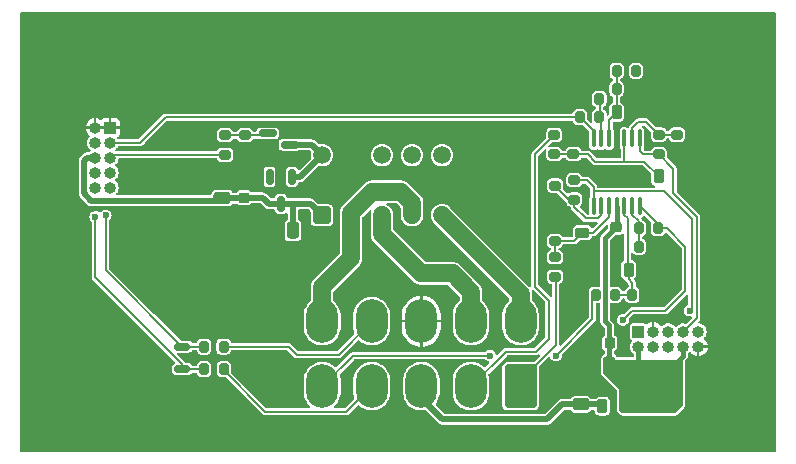
<source format=gbr>
%TF.GenerationSoftware,KiCad,Pcbnew,8.99.0-1891-ge2bd76bdce*%
%TF.CreationDate,2024-11-18T13:52:09+02:00*%
%TF.ProjectId,mini_board_relay_analog,6d696e69-5f62-46f6-9172-645f72656c61,rev?*%
%TF.SameCoordinates,Original*%
%TF.FileFunction,Copper,L1,Top*%
%TF.FilePolarity,Positive*%
%FSLAX46Y46*%
G04 Gerber Fmt 4.6, Leading zero omitted, Abs format (unit mm)*
G04 Created by KiCad (PCBNEW 8.99.0-1891-ge2bd76bdce) date 2024-11-18 13:52:09*
%MOMM*%
%LPD*%
G01*
G04 APERTURE LIST*
G04 Aperture macros list*
%AMRoundRect*
0 Rectangle with rounded corners*
0 $1 Rounding radius*
0 $2 $3 $4 $5 $6 $7 $8 $9 X,Y pos of 4 corners*
0 Add a 4 corners polygon primitive as box body*
4,1,4,$2,$3,$4,$5,$6,$7,$8,$9,$2,$3,0*
0 Add four circle primitives for the rounded corners*
1,1,$1+$1,$2,$3*
1,1,$1+$1,$4,$5*
1,1,$1+$1,$6,$7*
1,1,$1+$1,$8,$9*
0 Add four rect primitives between the rounded corners*
20,1,$1+$1,$2,$3,$4,$5,0*
20,1,$1+$1,$4,$5,$6,$7,0*
20,1,$1+$1,$6,$7,$8,$9,0*
20,1,$1+$1,$8,$9,$2,$3,0*%
G04 Aperture macros list end*
%TA.AperFunction,SMDPad,CuDef*%
%ADD10RoundRect,0.250000X0.250000X0.475000X-0.250000X0.475000X-0.250000X-0.475000X0.250000X-0.475000X0*%
%TD*%
%TA.AperFunction,SMDPad,CuDef*%
%ADD11RoundRect,0.250000X0.475000X-0.250000X0.475000X0.250000X-0.475000X0.250000X-0.475000X-0.250000X0*%
%TD*%
%TA.AperFunction,SMDPad,CuDef*%
%ADD12RoundRect,0.200000X0.275000X-0.200000X0.275000X0.200000X-0.275000X0.200000X-0.275000X-0.200000X0*%
%TD*%
%TA.AperFunction,SMDPad,CuDef*%
%ADD13RoundRect,0.225000X-0.225000X-0.375000X0.225000X-0.375000X0.225000X0.375000X-0.225000X0.375000X0*%
%TD*%
%TA.AperFunction,SMDPad,CuDef*%
%ADD14RoundRect,0.150000X-0.150000X0.512500X-0.150000X-0.512500X0.150000X-0.512500X0.150000X0.512500X0*%
%TD*%
%TA.AperFunction,SMDPad,CuDef*%
%ADD15RoundRect,0.100000X0.100000X-0.637500X0.100000X0.637500X-0.100000X0.637500X-0.100000X-0.637500X0*%
%TD*%
%TA.AperFunction,SMDPad,CuDef*%
%ADD16RoundRect,0.218750X0.218750X0.381250X-0.218750X0.381250X-0.218750X-0.381250X0.218750X-0.381250X0*%
%TD*%
%TA.AperFunction,SMDPad,CuDef*%
%ADD17RoundRect,0.200000X-0.275000X0.200000X-0.275000X-0.200000X0.275000X-0.200000X0.275000X0.200000X0*%
%TD*%
%TA.AperFunction,SMDPad,CuDef*%
%ADD18RoundRect,0.200000X0.200000X0.275000X-0.200000X0.275000X-0.200000X-0.275000X0.200000X-0.275000X0*%
%TD*%
%TA.AperFunction,SMDPad,CuDef*%
%ADD19RoundRect,0.225000X-0.375000X0.225000X-0.375000X-0.225000X0.375000X-0.225000X0.375000X0.225000X0*%
%TD*%
%TA.AperFunction,SMDPad,CuDef*%
%ADD20RoundRect,0.200000X-0.200000X-0.275000X0.200000X-0.275000X0.200000X0.275000X-0.200000X0.275000X0*%
%TD*%
%TA.AperFunction,SMDPad,CuDef*%
%ADD21RoundRect,0.250000X-0.475000X0.250000X-0.475000X-0.250000X0.475000X-0.250000X0.475000X0.250000X0*%
%TD*%
%TA.AperFunction,SMDPad,CuDef*%
%ADD22RoundRect,0.150000X-0.587500X-0.150000X0.587500X-0.150000X0.587500X0.150000X-0.587500X0.150000X0*%
%TD*%
%TA.AperFunction,SMDPad,CuDef*%
%ADD23RoundRect,0.225000X0.250000X-0.225000X0.250000X0.225000X-0.250000X0.225000X-0.250000X-0.225000X0*%
%TD*%
%TA.AperFunction,SMDPad,CuDef*%
%ADD24RoundRect,0.225000X-0.250000X0.225000X-0.250000X-0.225000X0.250000X-0.225000X0.250000X0.225000X0*%
%TD*%
%TA.AperFunction,ComponentPad*%
%ADD25R,1.000000X1.000000*%
%TD*%
%TA.AperFunction,ComponentPad*%
%ADD26O,1.000000X1.000000*%
%TD*%
%TA.AperFunction,ComponentPad*%
%ADD27RoundRect,0.250500X0.499500X-0.499500X0.499500X0.499500X-0.499500X0.499500X-0.499500X-0.499500X0*%
%TD*%
%TA.AperFunction,ComponentPad*%
%ADD28C,1.500000*%
%TD*%
%TA.AperFunction,ComponentPad*%
%ADD29RoundRect,0.250001X1.099999X1.599999X-1.099999X1.599999X-1.099999X-1.599999X1.099999X-1.599999X0*%
%TD*%
%TA.AperFunction,ComponentPad*%
%ADD30O,2.700000X3.700000*%
%TD*%
%TA.AperFunction,SMDPad,CuDef*%
%ADD31RoundRect,0.150000X0.512500X0.150000X-0.512500X0.150000X-0.512500X-0.150000X0.512500X-0.150000X0*%
%TD*%
%TA.AperFunction,SMDPad,CuDef*%
%ADD32RoundRect,0.225000X0.225000X0.250000X-0.225000X0.250000X-0.225000X-0.250000X0.225000X-0.250000X0*%
%TD*%
%TA.AperFunction,ViaPad*%
%ADD33C,0.600000*%
%TD*%
%TA.AperFunction,Conductor*%
%ADD34C,0.500000*%
%TD*%
%TA.AperFunction,Conductor*%
%ADD35C,0.200000*%
%TD*%
%TA.AperFunction,Conductor*%
%ADD36C,0.400000*%
%TD*%
%TA.AperFunction,Conductor*%
%ADD37C,1.500000*%
%TD*%
%TA.AperFunction,Conductor*%
%ADD38C,1.800000*%
%TD*%
G04 APERTURE END LIST*
D10*
%TO.P,C1,1*%
%TO.N,+3.3V*%
X144940000Y-115980000D03*
%TO.P,C1,2*%
%TO.N,GND*%
X143040000Y-115980000D03*
%TD*%
D11*
%TO.P,C3,1*%
%TO.N,VSYS*%
X112170000Y-101880000D03*
%TO.P,C3,2*%
%TO.N,GND*%
X112170000Y-99980000D03*
%TD*%
D12*
%TO.P,R12,1*%
%TO.N,/AD2{slash}PA19*%
X149120000Y-98145000D03*
%TO.P,R12,2*%
%TO.N,Net-(U1C--)*%
X149120000Y-96495000D03*
%TD*%
D13*
%TO.P,D4,1,K*%
%TO.N,Net-(D4-K)*%
X149130000Y-100040000D03*
%TO.P,D4,2,A*%
%TO.N,GND*%
X152430000Y-100040000D03*
%TD*%
D14*
%TO.P,D2,1,A*%
%TO.N,Net-(D2-A)*%
X118080000Y-100080000D03*
%TO.P,D2,2*%
%TO.N,N/C*%
X116180000Y-100080000D03*
%TO.P,D2,3,K*%
%TO.N,VSYS*%
X117130000Y-102355000D03*
%TD*%
D12*
%TO.P,R1,1*%
%TO.N,/ANALOG1*%
X140330000Y-108520000D03*
%TO.P,R1,2*%
%TO.N,Net-(D3-K)*%
X140330000Y-106870000D03*
%TD*%
D15*
%TO.P,U1,1*%
%TO.N,/AD1{slash}PA18*%
X143620000Y-102550000D03*
%TO.P,U1,2,-*%
%TO.N,Net-(U1A--)*%
X144270000Y-102550000D03*
%TO.P,U1,3,+*%
%TO.N,Net-(D3-K)*%
X144920000Y-102550000D03*
%TO.P,U1,4,V+*%
%TO.N,+3.3V*%
X145570000Y-102550000D03*
%TO.P,U1,5,+*%
%TO.N,Net-(D5-K)*%
X146220000Y-102550000D03*
%TO.P,U1,6,-*%
%TO.N,Net-(U1B--)*%
X146870000Y-102550000D03*
%TO.P,U1,7*%
%TO.N,/AD3{slash}PA20*%
X147520000Y-102550000D03*
%TO.P,U1,8*%
%TO.N,/AD2{slash}PA19*%
X147520000Y-96825000D03*
%TO.P,U1,9,-*%
%TO.N,Net-(U1C--)*%
X146870000Y-96825000D03*
%TO.P,U1,10,+*%
%TO.N,Net-(D4-K)*%
X146220000Y-96825000D03*
%TO.P,U1,11,V-*%
%TO.N,GND*%
X145570000Y-96825000D03*
%TO.P,U1,12,+*%
%TO.N,Net-(D6-K)*%
X144920000Y-96825000D03*
%TO.P,U1,13,-*%
%TO.N,Net-(U1D--)*%
X144270000Y-96825000D03*
%TO.P,U1,14*%
%TO.N,/AD0{slash}PA17*%
X143620000Y-96825000D03*
%TD*%
D16*
%TO.P,L1,1*%
%TO.N,+3.3V*%
X146462500Y-119480000D03*
%TO.P,L1,2*%
%TO.N,+3.3V_OUT*%
X144337500Y-119480000D03*
%TD*%
D17*
%TO.P,R4,1*%
%TO.N,/ANALOG2*%
X140290000Y-96505000D03*
%TO.P,R4,2*%
%TO.N,Net-(D4-K)*%
X140290000Y-98155000D03*
%TD*%
D12*
%TO.P,R19,1*%
%TO.N,GND*%
X114090000Y-98195000D03*
%TO.P,R19,2*%
%TO.N,Net-(Q1-B)*%
X114090000Y-96545000D03*
%TD*%
D18*
%TO.P,R20,1*%
%TO.N,Net-(U1D--)*%
X144105000Y-93470000D03*
%TO.P,R20,2*%
%TO.N,GND*%
X142455000Y-93470000D03*
%TD*%
D19*
%TO.P,D3,1,K*%
%TO.N,Net-(D3-K)*%
X142670000Y-104810000D03*
%TO.P,D3,2,A*%
%TO.N,GND*%
X142670000Y-108110000D03*
%TD*%
D12*
%TO.P,R2,1*%
%TO.N,Net-(D3-K)*%
X140330000Y-105490000D03*
%TO.P,R2,2*%
%TO.N,GND*%
X140330000Y-103840000D03*
%TD*%
D20*
%TO.P,R6,1*%
%TO.N,Net-(D6-K)*%
X145555000Y-92620000D03*
%TO.P,R6,2*%
%TO.N,GND*%
X147205000Y-92620000D03*
%TD*%
D17*
%TO.P,R11,1*%
%TO.N,Net-(U1A--)*%
X140330000Y-100810000D03*
%TO.P,R11,2*%
%TO.N,GND*%
X140330000Y-102460000D03*
%TD*%
D20*
%TO.P,R17,1*%
%TO.N,/PB3{slash}UTXD1*%
X110635000Y-114440000D03*
%TO.P,R17,2*%
%TO.N,/TX*%
X112285000Y-114440000D03*
%TD*%
D21*
%TO.P,C6,1*%
%TO.N,+3.3V_OUT*%
X142530000Y-119340000D03*
%TO.P,C6,2*%
%TO.N,GND*%
X142530000Y-121240000D03*
%TD*%
D22*
%TO.P,Q1,1,B*%
%TO.N,Net-(Q1-B)*%
X116020000Y-96400000D03*
%TO.P,Q1,2,E*%
%TO.N,GND*%
X116020000Y-98300000D03*
%TO.P,Q1,3,C*%
%TO.N,Net-(D2-A)*%
X117895000Y-97350000D03*
%TD*%
D12*
%TO.P,R5,1*%
%TO.N,Net-(D4-K)*%
X141910000Y-98155000D03*
%TO.P,R5,2*%
%TO.N,GND*%
X141910000Y-96505000D03*
%TD*%
D17*
%TO.P,R18,1*%
%TO.N,Net-(Q1-B)*%
X112410000Y-96545000D03*
%TO.P,R18,2*%
%TO.N,/PA16*%
X112410000Y-98195000D03*
%TD*%
D20*
%TO.P,R15,1*%
%TO.N,Net-(U1B--)*%
X147435000Y-105980000D03*
%TO.P,R15,2*%
%TO.N,GND*%
X149085000Y-105980000D03*
%TD*%
D17*
%TO.P,R13,1*%
%TO.N,Net-(U1C--)*%
X150680000Y-96495000D03*
%TO.P,R13,2*%
%TO.N,GND*%
X150680000Y-98145000D03*
%TD*%
D20*
%TO.P,R9,1*%
%TO.N,/AD0{slash}PA17*%
X142455000Y-95010000D03*
%TO.P,R9,2*%
%TO.N,Net-(U1D--)*%
X144105000Y-95010000D03*
%TD*%
D23*
%TO.P,C4,1*%
%TO.N,VSYS*%
X114020000Y-101845000D03*
%TO.P,C4,2*%
%TO.N,GND*%
X114020000Y-100295000D03*
%TD*%
D10*
%TO.P,C8,1*%
%TO.N,VSYS*%
X118150000Y-104610000D03*
%TO.P,C8,2*%
%TO.N,GND*%
X116250000Y-104610000D03*
%TD*%
D24*
%TO.P,C7,1*%
%TO.N,+3.3V*%
X145530000Y-104337500D03*
%TO.P,C7,2*%
%TO.N,GND*%
X145530000Y-105887500D03*
%TD*%
D20*
%TO.P,R8,1*%
%TO.N,Net-(D5-K)*%
X146895000Y-110070000D03*
%TO.P,R8,2*%
%TO.N,GND*%
X148545000Y-110070000D03*
%TD*%
D21*
%TO.P,C5,1*%
%TO.N,+3.3V*%
X148270000Y-119390000D03*
%TO.P,C5,2*%
%TO.N,GND*%
X148270000Y-121290000D03*
%TD*%
D20*
%TO.P,R16,1*%
%TO.N,/PB2{slash}URXD1*%
X110645000Y-116340000D03*
%TO.P,R16,2*%
%TO.N,/RX*%
X112295000Y-116340000D03*
%TD*%
D25*
%TO.P,J2,1,Pin_1*%
%TO.N,GND*%
X102694000Y-95908000D03*
D26*
%TO.P,J2,2,Pin_2*%
X101424000Y-95908000D03*
%TO.P,J2,3,Pin_3*%
%TO.N,/AD0{slash}PA17*%
X102694000Y-97178000D03*
%TO.P,J2,4,Pin_4*%
%TO.N,EXT_PWR*%
X101424000Y-97178000D03*
%TO.P,J2,5,Pin_5*%
%TO.N,/PA16*%
X102694000Y-98448000D03*
%TO.P,J2,6,Pin_6*%
%TO.N,VSYS*%
X101424000Y-98448000D03*
%TO.P,J2,7,Pin_7*%
%TO.N,/PA15*%
X102694000Y-99718000D03*
%TO.P,J2,8,Pin_8*%
%TO.N,GND*%
X101424000Y-99718000D03*
%TO.P,J2,9,Pin_9*%
%TO.N,/PB3{slash}UTXD1*%
X102694000Y-100988000D03*
%TO.P,J2,10,Pin_10*%
%TO.N,/PB2{slash}URXD1*%
X101424000Y-100988000D03*
%TD*%
D17*
%TO.P,R10,1*%
%TO.N,/AD1{slash}PA18*%
X141980000Y-100345000D03*
%TO.P,R10,2*%
%TO.N,Net-(U1A--)*%
X141980000Y-101995000D03*
%TD*%
D18*
%TO.P,R14,1*%
%TO.N,/AD3{slash}PA20*%
X149075000Y-104430000D03*
%TO.P,R14,2*%
%TO.N,Net-(U1B--)*%
X147425000Y-104430000D03*
%TD*%
D27*
%TO.P,U2,1*%
%TO.N,VSYS*%
X120620000Y-103320000D03*
D28*
%TO.P,U2,3*%
%TO.N,/NO2*%
X125700000Y-103320000D03*
%TO.P,U2,4*%
%TO.N,/COM2*%
X128240000Y-103320000D03*
%TO.P,U2,5*%
%TO.N,/NC2*%
X130780000Y-103320000D03*
%TO.P,U2,8*%
%TO.N,/NC1*%
X130780000Y-98240000D03*
%TO.P,U2,9*%
%TO.N,/COM1*%
X128240000Y-98240000D03*
%TO.P,U2,10*%
%TO.N,/NO1*%
X125700000Y-98240000D03*
%TO.P,U2,12*%
%TO.N,Net-(D2-A)*%
X120620000Y-98240000D03*
%TD*%
D18*
%TO.P,R3,1*%
%TO.N,/ANALOG4*%
X147215000Y-91080000D03*
%TO.P,R3,2*%
%TO.N,Net-(D6-K)*%
X145565000Y-91080000D03*
%TD*%
D29*
%TO.P,J3,1,Pin_1*%
%TO.N,/ANALOG1*%
X137435000Y-117800000D03*
D30*
%TO.P,J3,2,Pin_2*%
%TO.N,/ANALOG2*%
X133235000Y-117800000D03*
%TO.P,J3,3,Pin_3*%
%TO.N,+3.3V_OUT*%
X129035000Y-117800000D03*
%TO.P,J3,4,Pin_4*%
%TO.N,/RX*%
X124835000Y-117800000D03*
%TO.P,J3,5,Pin_5*%
%TO.N,/ANALOG3*%
X120635000Y-117800000D03*
%TO.P,J3,6,Pin_6*%
%TO.N,/NC2*%
X137435000Y-112300000D03*
%TO.P,J3,7,Pin_7*%
%TO.N,/NO2*%
X133235000Y-112300000D03*
%TO.P,J3,8,Pin_8*%
%TO.N,GND*%
X129035000Y-112300000D03*
%TO.P,J3,9,Pin_9*%
%TO.N,/TX*%
X124835000Y-112300000D03*
%TO.P,J3,10,Pin_10*%
%TO.N,/COM2*%
X120635000Y-112300000D03*
%TD*%
D25*
%TO.P,J1,1,Pin_1*%
%TO.N,/ERASE*%
X147399000Y-113180000D03*
D26*
%TO.P,J1,2,Pin_2*%
%TO.N,+3.3V*%
X147399000Y-114450000D03*
%TO.P,J1,3,Pin_3*%
%TO.N,GND*%
X148669000Y-113180000D03*
%TO.P,J1,4,Pin_4*%
%TO.N,unconnected-(J1-Pin_4-Pad4)*%
X148669000Y-114450000D03*
%TO.P,J1,5,Pin_5*%
%TO.N,unconnected-(J1-Pin_5-Pad5)*%
X149939000Y-113180000D03*
%TO.P,J1,6,Pin_6*%
%TO.N,/AD3{slash}PA20*%
X149939000Y-114450000D03*
%TO.P,J1,7,Pin_7*%
%TO.N,/AD2{slash}PA19*%
X151209000Y-113180000D03*
%TO.P,J1,8,Pin_8*%
%TO.N,+3.3V*%
X151209000Y-114450000D03*
%TO.P,J1,9,Pin_9*%
%TO.N,/AD1{slash}PA18*%
X152479000Y-113180000D03*
%TO.P,J1,10,Pin_10*%
%TO.N,GND*%
X152479000Y-114450000D03*
%TD*%
D31*
%TO.P,D1,1,K*%
%TO.N,/PB2{slash}URXD1*%
X108775000Y-116350000D03*
%TO.P,D1,2,K*%
%TO.N,/PB3{slash}UTXD1*%
X108775000Y-114450000D03*
%TO.P,D1,3,A*%
%TO.N,GND*%
X106500000Y-115400000D03*
%TD*%
D32*
%TO.P,C2,1*%
%TO.N,+3.3V*%
X144985000Y-114160000D03*
%TO.P,C2,2*%
%TO.N,GND*%
X143435000Y-114160000D03*
%TD*%
D20*
%TO.P,R7,1*%
%TO.N,/ANALOG3*%
X143785000Y-110050000D03*
%TO.P,R7,2*%
%TO.N,Net-(D5-K)*%
X145435000Y-110050000D03*
%TD*%
D13*
%TO.P,D5,1,K*%
%TO.N,Net-(D5-K)*%
X146580000Y-107940000D03*
%TO.P,D5,2,A*%
%TO.N,GND*%
X149880000Y-107940000D03*
%TD*%
%TO.P,D6,1,K*%
%TO.N,Net-(D6-K)*%
X145570000Y-94600000D03*
%TO.P,D6,2,A*%
%TO.N,GND*%
X148870000Y-94600000D03*
%TD*%
D33*
%TO.N,GND*%
X134874000Y-87122000D03*
X129000000Y-94250000D03*
X146750000Y-100000000D03*
X127500000Y-95750000D03*
X115360000Y-104580000D03*
X112750000Y-106750000D03*
X133096000Y-122682000D03*
X153416000Y-122682000D03*
X152000000Y-119500000D03*
X139954000Y-87122000D03*
X112776000Y-122682000D03*
X106940000Y-90500000D03*
X147960000Y-92620000D03*
X157988000Y-89408000D03*
X155956000Y-122682000D03*
X117856000Y-122682000D03*
X119640000Y-90500000D03*
X149690000Y-94620000D03*
X105750000Y-110000000D03*
X150500000Y-91500000D03*
X145570000Y-97930000D03*
X101860000Y-90500000D03*
X114554000Y-87122000D03*
X144750000Y-118250000D03*
X112020000Y-90500000D03*
X125500000Y-95750000D03*
X149830000Y-105950000D03*
X96266000Y-119380000D03*
X119634000Y-87122000D03*
X124720000Y-90500000D03*
X153500000Y-106500000D03*
X145796000Y-122682000D03*
X96266000Y-116840000D03*
X98500000Y-115420000D03*
X110000000Y-99000000D03*
X122936000Y-122682000D03*
X142580000Y-114170000D03*
X142140000Y-115990000D03*
X139960000Y-90500000D03*
X152000000Y-116500000D03*
X109250000Y-94250000D03*
X96266000Y-109220000D03*
X101750000Y-120750000D03*
X114000000Y-116750000D03*
X116500000Y-94250000D03*
X110236000Y-122682000D03*
X125476000Y-122682000D03*
X157988000Y-112268000D03*
X103250000Y-106500000D03*
X157988000Y-109728000D03*
X115316000Y-122682000D03*
X137420000Y-90500000D03*
X96266000Y-101600000D03*
X132250000Y-94250000D03*
X114560000Y-90500000D03*
X134000000Y-95750000D03*
X96266000Y-88900000D03*
X143256000Y-122682000D03*
X117750000Y-95750000D03*
X153500000Y-109000000D03*
X122500000Y-94250000D03*
X109250000Y-113000000D03*
X138500000Y-94250000D03*
X132334000Y-87122000D03*
X129800000Y-90500000D03*
X138750000Y-95750000D03*
X157988000Y-104648000D03*
X101500000Y-115920000D03*
X116500000Y-115500000D03*
X135636000Y-122682000D03*
X140250000Y-117750000D03*
X116500000Y-119000000D03*
X101500000Y-110840000D03*
X132340000Y-90500000D03*
X142450000Y-122110000D03*
X153260000Y-99990000D03*
X107750000Y-95750000D03*
X150790000Y-107940000D03*
X116030000Y-97690000D03*
X110000000Y-101000000D03*
X100330000Y-122682000D03*
X101500000Y-118460000D03*
X114500000Y-113000000D03*
X157988000Y-122428000D03*
X130556000Y-122682000D03*
X142494000Y-87122000D03*
X131500000Y-95750000D03*
X125000000Y-94250000D03*
X129794000Y-87122000D03*
X99314000Y-87122000D03*
X117100000Y-90500000D03*
X96266000Y-121920000D03*
X111500000Y-113000000D03*
X96266000Y-96520000D03*
X112190000Y-99170000D03*
X96266000Y-114300000D03*
X133000000Y-101000000D03*
X129500000Y-95750000D03*
X127254000Y-87122000D03*
X157988000Y-97028000D03*
X97790000Y-122682000D03*
X110750000Y-95750000D03*
X114030000Y-99500000D03*
X122750000Y-99750000D03*
X120500000Y-95750000D03*
X157734000Y-87122000D03*
X147200000Y-121300000D03*
X144250000Y-100000000D03*
X120396000Y-122682000D03*
X114000000Y-115500000D03*
X109474000Y-87122000D03*
X157988000Y-94488000D03*
X153250000Y-103250000D03*
X145500000Y-100000000D03*
X155000000Y-91750000D03*
X107500000Y-111500000D03*
X96266000Y-93980000D03*
X110500000Y-97500000D03*
X157988000Y-119888000D03*
X148336000Y-122682000D03*
X109500000Y-107000000D03*
X119750000Y-94250000D03*
X139440000Y-102460000D03*
X138176000Y-122682000D03*
X135250000Y-94250000D03*
X157988000Y-99568000D03*
X142500000Y-90500000D03*
X136250000Y-95750000D03*
X142750000Y-97250000D03*
X116750000Y-113250000D03*
X102870000Y-122682000D03*
X140716000Y-122682000D03*
X103250000Y-105000000D03*
X101854000Y-87122000D03*
X157988000Y-91948000D03*
X104400000Y-90500000D03*
X96266000Y-104140000D03*
X127260000Y-90500000D03*
X107500000Y-101250000D03*
X150876000Y-122682000D03*
X96266000Y-111760000D03*
X96266000Y-106680000D03*
X145580000Y-106730000D03*
X106250000Y-97500000D03*
X98500000Y-110340000D03*
X96266000Y-91440000D03*
X157988000Y-114808000D03*
X141590000Y-95760000D03*
X141700000Y-93460000D03*
X123250000Y-95750000D03*
X149350000Y-110110000D03*
X99320000Y-90500000D03*
X139440000Y-103840000D03*
X96266000Y-99060000D03*
X107500000Y-99000000D03*
X105480000Y-115360000D03*
X104500000Y-99000000D03*
X104500000Y-101250000D03*
X112014000Y-87122000D03*
X106000000Y-95000000D03*
X151580000Y-98190000D03*
X128016000Y-122682000D03*
X114750000Y-94250000D03*
X117094000Y-87122000D03*
X98500000Y-120500000D03*
X157988000Y-117348000D03*
X153000000Y-91750000D03*
X104000000Y-108250000D03*
X107950000Y-122682000D03*
X127000000Y-116000000D03*
X109480000Y-90500000D03*
X106934000Y-87122000D03*
X134880000Y-90500000D03*
X104394000Y-87122000D03*
X98500000Y-112880000D03*
X96774000Y-87122000D03*
X105410000Y-122682000D03*
X127000000Y-120250000D03*
X157988000Y-102108000D03*
X122174000Y-87122000D03*
X124714000Y-87122000D03*
X137414000Y-87122000D03*
X145570000Y-95720000D03*
X98500000Y-117960000D03*
X157988000Y-107188000D03*
X101500000Y-113380000D03*
X113000000Y-110000000D03*
X146500000Y-95250000D03*
X142910000Y-108880000D03*
X122180000Y-90500000D03*
%TO.N,/PB3{slash}UTXD1*%
X102290000Y-103340000D03*
%TO.N,/PB2{slash}URXD1*%
X101430000Y-103470000D03*
%TO.N,/AD3{slash}PA20*%
X146090000Y-112190000D03*
%TO.N,/AD1{slash}PA18*%
X151740000Y-111390000D03*
%TO.N,/NC2*%
X136740000Y-109770000D03*
X133660000Y-106680000D03*
X135610000Y-107730000D03*
X132710000Y-104840000D03*
%TO.N,/NO2*%
X125450000Y-105200000D03*
X127640000Y-106400000D03*
X132480000Y-108610000D03*
X128960000Y-108480000D03*
%TO.N,/COM2*%
X126790000Y-101020000D03*
X122680000Y-104820000D03*
X120310000Y-109290000D03*
X123050000Y-107400000D03*
X123790000Y-102750000D03*
%TO.N,/ANALOG3*%
X140430000Y-115200000D03*
X134860000Y-115200000D03*
%TD*%
D34*
%TO.N,GND*%
X116250000Y-104610000D02*
X115390000Y-104610000D01*
D35*
X149670000Y-94600000D02*
X148870000Y-94600000D01*
X139400000Y-102460000D02*
X140330000Y-102460000D01*
X150790000Y-107940000D02*
X149880000Y-107940000D01*
X142261320Y-93256320D02*
X142475000Y-93470000D01*
X149690000Y-94620000D02*
X149670000Y-94600000D01*
D34*
X112190000Y-99170000D02*
X112190000Y-99960000D01*
D35*
X153260000Y-99990000D02*
X152480000Y-99990000D01*
X142445000Y-93460000D02*
X142455000Y-93470000D01*
D36*
X115390000Y-104610000D02*
X115360000Y-104580000D01*
D35*
X151580000Y-98190000D02*
X150725000Y-98190000D01*
D36*
X145580000Y-106083750D02*
X145580000Y-106730000D01*
D35*
X149830000Y-105950000D02*
X149275000Y-105950000D01*
X141700000Y-93460000D02*
X142445000Y-93460000D01*
X139440000Y-103840000D02*
X140330000Y-103840000D01*
X150725000Y-98190000D02*
X150680000Y-98145000D01*
X148870000Y-94410000D02*
X148870000Y-94600000D01*
D34*
X116030000Y-98290000D02*
X116020000Y-98300000D01*
D35*
X106460000Y-115360000D02*
X106500000Y-115400000D01*
X152480000Y-99990000D02*
X152430000Y-100040000D01*
D34*
X112190000Y-99960000D02*
X112170000Y-99980000D01*
D36*
X145570000Y-97930000D02*
X145570000Y-96825000D01*
D34*
X114030000Y-100285000D02*
X114020000Y-100295000D01*
X114030000Y-99500000D02*
X114030000Y-100285000D01*
D35*
X149275000Y-105950000D02*
X149265000Y-105960000D01*
D34*
X116030000Y-97690000D02*
X116030000Y-98290000D01*
D35*
X141590000Y-95760000D02*
X141590000Y-96185000D01*
X147960000Y-92620000D02*
X147205000Y-92620000D01*
X141590000Y-96185000D02*
X141910000Y-96505000D01*
X105480000Y-115360000D02*
X106460000Y-115360000D01*
D36*
X145570000Y-95720000D02*
X145570000Y-96825000D01*
D34*
%TO.N,VSYS*%
X114020000Y-101845000D02*
X115595000Y-101845000D01*
X100474000Y-98690894D02*
X100474000Y-101464000D01*
X115595000Y-101845000D02*
X116105000Y-102355000D01*
X117130000Y-102355000D02*
X118130000Y-102355000D01*
X112170000Y-101880000D02*
X113985000Y-101880000D01*
X113985000Y-101880000D02*
X114020000Y-101845000D01*
X119655000Y-102355000D02*
X120620000Y-103320000D01*
X118150000Y-104610000D02*
X118150000Y-102375000D01*
X100716894Y-98448000D02*
X100474000Y-98690894D01*
X118150000Y-102375000D02*
X118130000Y-102355000D01*
X116105000Y-102355000D02*
X117130000Y-102355000D01*
X111960000Y-102090000D02*
X112300000Y-101750000D01*
X100474000Y-101464000D02*
X101100000Y-102090000D01*
X120230000Y-103710000D02*
X120620000Y-103320000D01*
X101424000Y-98448000D02*
X100716894Y-98448000D01*
X101100000Y-102090000D02*
X111960000Y-102090000D01*
X118130000Y-102355000D02*
X119655000Y-102355000D01*
D36*
%TO.N,+3.3V*%
X144585000Y-112300000D02*
X144585000Y-105282500D01*
X144585000Y-105282500D02*
X145530000Y-104337500D01*
X150440000Y-115980000D02*
X151209000Y-115211000D01*
X148270000Y-119390000D02*
X147390000Y-118510000D01*
X146462500Y-119480000D02*
X148180000Y-119480000D01*
X151115000Y-114544000D02*
X151209000Y-114450000D01*
X151209000Y-114450000D02*
X151209000Y-115211000D01*
X147390000Y-118510000D02*
X147390000Y-115980000D01*
X144940000Y-112655000D02*
X144585000Y-112300000D01*
X145570000Y-104337500D02*
X145570000Y-102590000D01*
X144940000Y-115980000D02*
X147390000Y-115980000D01*
X151209000Y-115211000D02*
X150610000Y-115810000D01*
X147390000Y-115980000D02*
X150440000Y-115980000D01*
X147399000Y-114450000D02*
X147399000Y-115971000D01*
X144940000Y-115980000D02*
X144940000Y-112655000D01*
D35*
X145377500Y-104490000D02*
X145530000Y-104337500D01*
D36*
X148180000Y-119480000D02*
X148270000Y-119390000D01*
X147399000Y-115971000D02*
X147390000Y-115980000D01*
X144685000Y-105182500D02*
X145530000Y-104337500D01*
D34*
%TO.N,+3.3V_OUT*%
X129035000Y-118835000D02*
X129035000Y-117800000D01*
X142530000Y-119340000D02*
X140920000Y-119340000D01*
D36*
X144197500Y-119340000D02*
X144337500Y-119480000D01*
D34*
X130800000Y-120600000D02*
X129035000Y-118835000D01*
X140920000Y-119340000D02*
X139660000Y-120600000D01*
X142530000Y-119340000D02*
X144197500Y-119340000D01*
X139660000Y-120600000D02*
X130800000Y-120600000D01*
D35*
%TO.N,/PB3{slash}UTXD1*%
X108775000Y-114450000D02*
X110625000Y-114450000D01*
X102290000Y-107965000D02*
X108775000Y-114450000D01*
X108825000Y-114500000D02*
X108775000Y-114450000D01*
X110625000Y-114450000D02*
X110635000Y-114440000D01*
X102290000Y-103340000D02*
X102290000Y-107965000D01*
%TO.N,/PB2{slash}URXD1*%
X108775000Y-116350000D02*
X110635000Y-116350000D01*
X110635000Y-116350000D02*
X110645000Y-116340000D01*
X108775000Y-116350000D02*
X108775000Y-115925000D01*
X101430000Y-108580000D02*
X101430000Y-103470000D01*
X108775000Y-115925000D02*
X101430000Y-108580000D01*
D34*
%TO.N,Net-(D2-A)*%
X118780000Y-100080000D02*
X120620000Y-98240000D01*
X118080000Y-100080000D02*
X118780000Y-100080000D01*
X117895000Y-97350000D02*
X119730000Y-97350000D01*
X119730000Y-97350000D02*
X120620000Y-98240000D01*
D35*
%TO.N,Net-(D3-K)*%
X141990000Y-105490000D02*
X142670000Y-104810000D01*
X144920000Y-102550000D02*
X144920000Y-103490000D01*
X144920000Y-103287499D02*
X144920000Y-102550000D01*
X142707500Y-104475000D02*
X142730000Y-104452500D01*
X143600000Y-104810000D02*
X142670000Y-104810000D01*
X140330000Y-106870000D02*
X140330000Y-105490000D01*
X140330000Y-105490000D02*
X141990000Y-105490000D01*
X144920000Y-103490000D02*
X143600000Y-104810000D01*
%TO.N,Net-(D4-K)*%
X146220000Y-96825000D02*
X146220000Y-97480956D01*
X147519044Y-98780000D02*
X146220000Y-98780000D01*
X146220000Y-96825000D02*
X146220000Y-98780000D01*
X143740000Y-98780000D02*
X146220000Y-98780000D01*
X143115000Y-98155000D02*
X143740000Y-98780000D01*
X141910000Y-98155000D02*
X143115000Y-98155000D01*
X147519044Y-98780000D02*
X147870000Y-98780000D01*
X147870000Y-98780000D02*
X149130000Y-100040000D01*
X140290000Y-98155000D02*
X141910000Y-98155000D01*
%TO.N,Net-(D5-K)*%
X146570000Y-107950000D02*
X146580000Y-107940000D01*
X146720000Y-107980000D02*
X146490000Y-107750000D01*
X146895000Y-110070000D02*
X146895000Y-109065000D01*
X145455000Y-110070000D02*
X145435000Y-110050000D01*
X146895000Y-109065000D02*
X146570000Y-108740000D01*
X146720000Y-109895000D02*
X146895000Y-110070000D01*
X146220000Y-103287499D02*
X146220000Y-102550000D01*
X146490000Y-107750000D02*
X146490000Y-103557499D01*
X146895000Y-110070000D02*
X145455000Y-110070000D01*
X146570000Y-108740000D02*
X146570000Y-107950000D01*
X146490000Y-103557499D02*
X146220000Y-103287499D01*
%TO.N,Net-(D6-K)*%
X145565000Y-91080000D02*
X145565000Y-92610000D01*
X144920000Y-95250000D02*
X144920000Y-96825000D01*
X145565000Y-92610000D02*
X145555000Y-92620000D01*
X145570000Y-92635000D02*
X145570000Y-94600000D01*
X145555000Y-92620000D02*
X145570000Y-92635000D01*
X145570000Y-94600000D02*
X144920000Y-95250000D01*
%TO.N,/AD3{slash}PA20*%
X149700000Y-111390000D02*
X151390000Y-109700000D01*
X151390000Y-106020000D02*
X149800000Y-104430000D01*
X149075000Y-104105000D02*
X149075000Y-104430000D01*
X147520000Y-102550000D02*
X149075000Y-104105000D01*
X149800000Y-104430000D02*
X149075000Y-104430000D01*
X146890000Y-111390000D02*
X149700000Y-111390000D01*
X151390000Y-109700000D02*
X151390000Y-106020000D01*
X146090000Y-112190000D02*
X146890000Y-111390000D01*
%TO.N,/AD1{slash}PA18*%
X151910000Y-111220000D02*
X151910000Y-103600000D01*
X151740000Y-111390000D02*
X151910000Y-111220000D01*
X143620000Y-101310000D02*
X143610000Y-101300000D01*
X143025000Y-100345000D02*
X143620000Y-100940000D01*
X141980000Y-100345000D02*
X143025000Y-100345000D01*
X144132501Y-101300000D02*
X149610000Y-101300000D01*
X141980000Y-100660000D02*
X141980000Y-100345000D01*
X143620000Y-102550000D02*
X143620000Y-101440000D01*
X149610000Y-101300000D02*
X151610000Y-103300000D01*
X143620000Y-100940000D02*
X143620000Y-101440000D01*
X143620000Y-101440000D02*
X143620000Y-101310000D01*
X151910000Y-103600000D02*
X150870000Y-102560000D01*
X144132501Y-101300000D02*
X143610000Y-101300000D01*
%TO.N,/AD2{slash}PA19*%
X149120000Y-98145000D02*
X147815000Y-98145000D01*
X147520000Y-97850000D02*
X147520000Y-96825000D01*
X152340000Y-103464314D02*
X152340000Y-112049000D01*
X150350000Y-101474314D02*
X152340000Y-103464314D01*
X147815000Y-98145000D02*
X147520000Y-97850000D01*
X149120000Y-98145000D02*
X150350000Y-99375000D01*
X150350000Y-99375000D02*
X150350000Y-101474314D01*
X152340000Y-112049000D02*
X151209000Y-113180000D01*
%TO.N,/AD0{slash}PA17*%
X142455000Y-95010000D02*
X107370000Y-95010000D01*
X107370000Y-95010000D02*
X105202000Y-97178000D01*
X143620000Y-96175000D02*
X142455000Y-95010000D01*
X143620000Y-96825000D02*
X143620000Y-96175000D01*
X105202000Y-97178000D02*
X102694000Y-97178000D01*
%TO.N,/PA16*%
X102947000Y-98195000D02*
X102694000Y-98448000D01*
X112410000Y-98195000D02*
X102947000Y-98195000D01*
D37*
%TO.N,/NC2*%
X137435000Y-112300000D02*
X137435000Y-109975000D01*
X130780000Y-103320000D02*
X137435000Y-109975000D01*
D38*
X137435000Y-112300000D02*
X137040000Y-111905000D01*
D35*
%TO.N,/ANALOG2*%
X138640000Y-109360000D02*
X139830000Y-110550000D01*
X139830000Y-110550000D02*
X139830000Y-113760000D01*
X140290000Y-96505000D02*
X138640000Y-98155000D01*
X138640000Y-98155000D02*
X138640000Y-109360000D01*
X138720000Y-114870000D02*
X136165000Y-114870000D01*
X139830000Y-113760000D02*
X138720000Y-114870000D01*
X136165000Y-114870000D02*
X133235000Y-117800000D01*
D37*
%TO.N,/NO2*%
X129000000Y-108250000D02*
X131690000Y-108250000D01*
X125700000Y-103320000D02*
X125700000Y-104950000D01*
X131690000Y-108250000D02*
X133235000Y-109795000D01*
X125700000Y-104950000D02*
X129000000Y-108250000D01*
X133235000Y-109795000D02*
X133235000Y-112300000D01*
%TO.N,/COM2*%
X120635000Y-109385000D02*
X123075000Y-106945000D01*
X124871573Y-101320000D02*
X127300660Y-101320000D01*
X120635000Y-112300000D02*
X120635000Y-109385000D01*
X123075000Y-103116573D02*
X124871573Y-101320000D01*
X123075000Y-106945000D02*
X123075000Y-103116573D01*
X128240000Y-102259340D02*
X128240000Y-103320000D01*
X127300660Y-101320000D02*
X128240000Y-102259340D01*
D35*
%TO.N,/ANALOG3*%
X123200256Y-115234744D02*
X134825256Y-115234744D01*
X123200256Y-115234744D02*
X120635000Y-117800000D01*
X134825256Y-115234744D02*
X134860000Y-115200000D01*
X143485000Y-112145000D02*
X143485000Y-110350000D01*
X140430000Y-115200000D02*
X143485000Y-112145000D01*
X143485000Y-110350000D02*
X143785000Y-110050000D01*
%TO.N,/ANALOG1*%
X137435000Y-117284314D02*
X137435000Y-117800000D01*
X140410000Y-114309314D02*
X137435000Y-117284314D01*
X140330000Y-108520000D02*
X140410000Y-108600000D01*
X140410000Y-108600000D02*
X140410000Y-114309314D01*
%TO.N,/RX*%
X124835000Y-117800000D02*
X122685000Y-119950000D01*
X122685000Y-119950000D02*
X115780000Y-119950000D01*
X112295000Y-116465000D02*
X112295000Y-116340000D01*
X115780000Y-119950000D02*
X112295000Y-116465000D01*
%TO.N,/TX*%
X112285000Y-114440000D02*
X117785000Y-114440000D01*
X117785000Y-114440000D02*
X118460000Y-115115000D01*
X124835000Y-112300000D02*
X122020000Y-115115000D01*
X122020000Y-115115000D02*
X118460000Y-115115000D01*
%TO.N,Net-(Q1-B)*%
X114090000Y-96545000D02*
X115875000Y-96545000D01*
X112410000Y-96545000D02*
X114090000Y-96545000D01*
X115875000Y-96545000D02*
X116020000Y-96400000D01*
%TO.N,Net-(U1D--)*%
X144105000Y-95010000D02*
X144270000Y-95175000D01*
X144125000Y-93470000D02*
X144125000Y-94990000D01*
X144125000Y-94990000D02*
X144105000Y-95010000D01*
X144270000Y-95175000D02*
X144270000Y-96825000D01*
%TO.N,Net-(U1A--)*%
X140330000Y-100810000D02*
X141515000Y-101995000D01*
X143969999Y-103587500D02*
X142932500Y-103587500D01*
X142932500Y-103587500D02*
X141980000Y-102635000D01*
X141515000Y-101995000D02*
X141980000Y-101995000D01*
X144270000Y-103287499D02*
X143969999Y-103587500D01*
X141980000Y-102635000D02*
X141980000Y-101995000D01*
X144270000Y-102550000D02*
X144270000Y-103287499D01*
%TO.N,Net-(U1C--)*%
X146870000Y-96825000D02*
X146870000Y-95950000D01*
X146870000Y-95950000D02*
X147387500Y-95432500D01*
X149120000Y-96495000D02*
X148057500Y-95432500D01*
X147387500Y-95432500D02*
X148057500Y-95432500D01*
X150680000Y-96495000D02*
X149120000Y-96495000D01*
%TO.N,Net-(U1B--)*%
X146870000Y-103287499D02*
X147435000Y-103852499D01*
X147435000Y-103852499D02*
X147435000Y-105980000D01*
X146870000Y-102550000D02*
X146870000Y-103287499D01*
%TD*%
%TA.AperFunction,Conductor*%
%TO.N,GND*%
G36*
X147933693Y-103395518D02*
G01*
X147958753Y-103413724D01*
X148467392Y-103922363D01*
X148495169Y-103976880D01*
X148491544Y-104022956D01*
X148489354Y-104029696D01*
X148474500Y-104123479D01*
X148474500Y-104736520D01*
X148474501Y-104736523D01*
X148489352Y-104830299D01*
X148489354Y-104830304D01*
X148546950Y-104943342D01*
X148636658Y-105033050D01*
X148749696Y-105090646D01*
X148843481Y-105105500D01*
X149306518Y-105105499D01*
X149306520Y-105105499D01*
X149306521Y-105105498D01*
X149365500Y-105096158D01*
X149400299Y-105090647D01*
X149400299Y-105090646D01*
X149400304Y-105090646D01*
X149513342Y-105033050D01*
X149603050Y-104943342D01*
X149628812Y-104892781D01*
X149637496Y-104875739D01*
X149680760Y-104832474D01*
X149741192Y-104822903D01*
X149795709Y-104850680D01*
X151060504Y-106115475D01*
X151088281Y-106169992D01*
X151089500Y-106185479D01*
X151089500Y-109534521D01*
X151070593Y-109592712D01*
X151060504Y-109604525D01*
X149604525Y-111060504D01*
X149550008Y-111088281D01*
X149534521Y-111089500D01*
X146850435Y-111089500D01*
X146774014Y-111109977D01*
X146774010Y-111109979D01*
X146705490Y-111149538D01*
X146194523Y-111660504D01*
X146140007Y-111688281D01*
X146124520Y-111689500D01*
X146018035Y-111689500D01*
X145879949Y-111730046D01*
X145879942Y-111730049D01*
X145758873Y-111807855D01*
X145664622Y-111916628D01*
X145604834Y-112047543D01*
X145584353Y-112189997D01*
X145584353Y-112190002D01*
X145604834Y-112332456D01*
X145639831Y-112409087D01*
X145664623Y-112463373D01*
X145736144Y-112545913D01*
X145758873Y-112572144D01*
X145879942Y-112649950D01*
X145879947Y-112649953D01*
X145986257Y-112681168D01*
X146018035Y-112690499D01*
X146018036Y-112690499D01*
X146018039Y-112690500D01*
X146018041Y-112690500D01*
X146161959Y-112690500D01*
X146161961Y-112690500D01*
X146300053Y-112649953D01*
X146421128Y-112572143D01*
X146515377Y-112463373D01*
X146575165Y-112332457D01*
X146581992Y-112284971D01*
X146595647Y-112190002D01*
X146595647Y-112189998D01*
X146592558Y-112168516D01*
X146602991Y-112108227D01*
X146620543Y-112084426D01*
X146985475Y-111719496D01*
X147039991Y-111691719D01*
X147055478Y-111690500D01*
X149739563Y-111690500D01*
X149739563Y-111690499D01*
X149815989Y-111670021D01*
X149884511Y-111630460D01*
X149940460Y-111574511D01*
X151440496Y-110074475D01*
X151495013Y-110046698D01*
X151555445Y-110056269D01*
X151598710Y-110099534D01*
X151609500Y-110144479D01*
X151609500Y-110832577D01*
X151590593Y-110890768D01*
X151541093Y-110926732D01*
X151538396Y-110927566D01*
X151529948Y-110930046D01*
X151529942Y-110930049D01*
X151408873Y-111007855D01*
X151314622Y-111116628D01*
X151254834Y-111247543D01*
X151234353Y-111389997D01*
X151234353Y-111390002D01*
X151254834Y-111532456D01*
X151286103Y-111600924D01*
X151314623Y-111663373D01*
X151372395Y-111730046D01*
X151408873Y-111772144D01*
X151464441Y-111807855D01*
X151529947Y-111849953D01*
X151610789Y-111873690D01*
X151668035Y-111890499D01*
X151668036Y-111890499D01*
X151668039Y-111890500D01*
X151668041Y-111890500D01*
X151811959Y-111890500D01*
X151811961Y-111890500D01*
X151811962Y-111890499D01*
X151818970Y-111889492D01*
X151819231Y-111891312D01*
X151871242Y-111892793D01*
X151919698Y-111930152D01*
X151936941Y-111988857D01*
X151916385Y-112046486D01*
X151907984Y-112056043D01*
X151486345Y-112477681D01*
X151431829Y-112505458D01*
X151392651Y-112503801D01*
X151294056Y-112479500D01*
X151123944Y-112479500D01*
X151123941Y-112479500D01*
X150958776Y-112520209D01*
X150808146Y-112599267D01*
X150680818Y-112712069D01*
X150680816Y-112712072D01*
X150655475Y-112748785D01*
X150606858Y-112785934D01*
X150545690Y-112787412D01*
X150495336Y-112752654D01*
X150492525Y-112748785D01*
X150467183Y-112712071D01*
X150466686Y-112711631D01*
X150339853Y-112599267D01*
X150339852Y-112599266D01*
X150189225Y-112520210D01*
X150189224Y-112520209D01*
X150189223Y-112520209D01*
X150024058Y-112479500D01*
X150024056Y-112479500D01*
X149853944Y-112479500D01*
X149853941Y-112479500D01*
X149688776Y-112520209D01*
X149538146Y-112599267D01*
X149438894Y-112687196D01*
X149382799Y-112711631D01*
X149323055Y-112698428D01*
X149303169Y-112681168D01*
X149302354Y-112681984D01*
X149170944Y-112550574D01*
X149170945Y-112550574D01*
X149018302Y-112454663D01*
X148848143Y-112395122D01*
X148769000Y-112386204D01*
X148769000Y-112844448D01*
X148715078Y-112830000D01*
X148622922Y-112830000D01*
X148569000Y-112844448D01*
X148569000Y-112386205D01*
X148568999Y-112386204D01*
X148489857Y-112395122D01*
X148489855Y-112395122D01*
X148319697Y-112454663D01*
X148167347Y-112550391D01*
X148108016Y-112565341D01*
X148051229Y-112542562D01*
X148044672Y-112536569D01*
X148043554Y-112535451D01*
X148043552Y-112535448D01*
X148043548Y-112535445D01*
X147977233Y-112491134D01*
X147977231Y-112491133D01*
X147977228Y-112491132D01*
X147977227Y-112491132D01*
X147918758Y-112479501D01*
X147918748Y-112479500D01*
X146879252Y-112479500D01*
X146879251Y-112479500D01*
X146879241Y-112479501D01*
X146820772Y-112491132D01*
X146820766Y-112491134D01*
X146754451Y-112535445D01*
X146754445Y-112535451D01*
X146710134Y-112601766D01*
X146710132Y-112601772D01*
X146698501Y-112660241D01*
X146698500Y-112660253D01*
X146698500Y-113699746D01*
X146698501Y-113699758D01*
X146710132Y-113758227D01*
X146710134Y-113758233D01*
X146749165Y-113816646D01*
X146754448Y-113824552D01*
X146754451Y-113824554D01*
X146824928Y-113871646D01*
X146862807Y-113919696D01*
X146865209Y-113980834D01*
X146851401Y-114010199D01*
X146774182Y-114122070D01*
X146717757Y-114270854D01*
X146713860Y-114281129D01*
X146694146Y-114443489D01*
X146693355Y-114450000D01*
X146713860Y-114618872D01*
X146774182Y-114777930D01*
X146870814Y-114917924D01*
X146870816Y-114917927D01*
X146870818Y-114917930D01*
X146880635Y-114926627D01*
X146965149Y-115001500D01*
X146996168Y-115054239D01*
X146998500Y-115075602D01*
X146998500Y-115265500D01*
X146979593Y-115323691D01*
X146930093Y-115359655D01*
X146899500Y-115364500D01*
X145688365Y-115364500D01*
X145630174Y-115345593D01*
X145594921Y-115298200D01*
X145592793Y-115292118D01*
X145524807Y-115200000D01*
X145512154Y-115182855D01*
X145512152Y-115182853D01*
X145512150Y-115182850D01*
X145512146Y-115182847D01*
X145512144Y-115182845D01*
X145402885Y-115102208D01*
X145396324Y-115098741D01*
X145397507Y-115096502D01*
X145358118Y-115066508D01*
X145340500Y-115010134D01*
X145340500Y-114881724D01*
X145359407Y-114823533D01*
X145394555Y-114793515D01*
X145441694Y-114769496D01*
X145463220Y-114758528D01*
X145558528Y-114663220D01*
X145619719Y-114543126D01*
X145635500Y-114443488D01*
X145635500Y-113876512D01*
X145634729Y-113871646D01*
X145629141Y-113836363D01*
X145619719Y-113776874D01*
X145619716Y-113776869D01*
X145619716Y-113776867D01*
X145558529Y-113656782D01*
X145558528Y-113656780D01*
X145463220Y-113561472D01*
X145455913Y-113557749D01*
X145394554Y-113526484D01*
X145351290Y-113483219D01*
X145340500Y-113438275D01*
X145340500Y-112602274D01*
X145340500Y-112602273D01*
X145334398Y-112579500D01*
X145313207Y-112500412D01*
X145312365Y-112498953D01*
X145260483Y-112409091D01*
X145260479Y-112409086D01*
X145014496Y-112163102D01*
X144986719Y-112108586D01*
X144985500Y-112093099D01*
X144985500Y-110806553D01*
X145004407Y-110748362D01*
X145053907Y-110712398D01*
X145101529Y-110712398D01*
X145102000Y-110709427D01*
X145109695Y-110710645D01*
X145109696Y-110710646D01*
X145203481Y-110725500D01*
X145666518Y-110725499D01*
X145666520Y-110725499D01*
X145666521Y-110725498D01*
X145720013Y-110717027D01*
X145760299Y-110710647D01*
X145760299Y-110710646D01*
X145760304Y-110710646D01*
X145873342Y-110653050D01*
X145963050Y-110563342D01*
X146020646Y-110450304D01*
X146020646Y-110450297D01*
X146023053Y-110442896D01*
X146025345Y-110443640D01*
X146047827Y-110399505D01*
X146102341Y-110371721D01*
X146117839Y-110370500D01*
X146208992Y-110370500D01*
X146267183Y-110389407D01*
X146303147Y-110438907D01*
X146306773Y-110454013D01*
X146309352Y-110470300D01*
X146309354Y-110470304D01*
X146366950Y-110583342D01*
X146456658Y-110673050D01*
X146569696Y-110730646D01*
X146663481Y-110745500D01*
X147126518Y-110745499D01*
X147126520Y-110745499D01*
X147126521Y-110745498D01*
X147173411Y-110738072D01*
X147220299Y-110730647D01*
X147220299Y-110730646D01*
X147220304Y-110730646D01*
X147333342Y-110673050D01*
X147423050Y-110583342D01*
X147480646Y-110470304D01*
X147495500Y-110376519D01*
X147495499Y-109763482D01*
X147485665Y-109701388D01*
X147480647Y-109669700D01*
X147480646Y-109669698D01*
X147480646Y-109669696D01*
X147423050Y-109556658D01*
X147333342Y-109466950D01*
X147315989Y-109458108D01*
X147249554Y-109424257D01*
X147206290Y-109380992D01*
X147195500Y-109336048D01*
X147195500Y-109025437D01*
X147195499Y-109025435D01*
X147175021Y-108949011D01*
X147175019Y-108949007D01*
X147135460Y-108880489D01*
X147079511Y-108824539D01*
X147079511Y-108824540D01*
X147058363Y-108803392D01*
X147030586Y-108748875D01*
X147040157Y-108688443D01*
X147058360Y-108663387D01*
X147153528Y-108568220D01*
X147214719Y-108448126D01*
X147230500Y-108348488D01*
X147230500Y-107531512D01*
X147214719Y-107431874D01*
X147214716Y-107431869D01*
X147214716Y-107431867D01*
X147153529Y-107311782D01*
X147153528Y-107311780D01*
X147058220Y-107216472D01*
X147058217Y-107216470D01*
X146938132Y-107155283D01*
X146938127Y-107155281D01*
X146938126Y-107155281D01*
X146920260Y-107152451D01*
X146874012Y-107145126D01*
X146819496Y-107117348D01*
X146791719Y-107062831D01*
X146790500Y-107047345D01*
X146790500Y-106615899D01*
X146809407Y-106557708D01*
X146858907Y-106521744D01*
X146920093Y-106521744D01*
X146959501Y-106545893D01*
X146996658Y-106583050D01*
X147109696Y-106640646D01*
X147203481Y-106655500D01*
X147666518Y-106655499D01*
X147666520Y-106655499D01*
X147666521Y-106655498D01*
X147713411Y-106648072D01*
X147760299Y-106640647D01*
X147760299Y-106640646D01*
X147760304Y-106640646D01*
X147873342Y-106583050D01*
X147963050Y-106493342D01*
X148020646Y-106380304D01*
X148035500Y-106286519D01*
X148035499Y-105673482D01*
X148020646Y-105579696D01*
X147963050Y-105466658D01*
X147873342Y-105376950D01*
X147871079Y-105375797D01*
X147789554Y-105334257D01*
X147746290Y-105290992D01*
X147735500Y-105246048D01*
X147735500Y-105158855D01*
X147754407Y-105100664D01*
X147789550Y-105070648D01*
X147863342Y-105033050D01*
X147953050Y-104943342D01*
X148010646Y-104830304D01*
X148025500Y-104736519D01*
X148025499Y-104123482D01*
X148019793Y-104087453D01*
X148010647Y-104029700D01*
X148010646Y-104029698D01*
X148010646Y-104029696D01*
X147953050Y-103916658D01*
X147863342Y-103826950D01*
X147861516Y-103826020D01*
X147753309Y-103770884D01*
X147712519Y-103732176D01*
X147675460Y-103667988D01*
X147666324Y-103658852D01*
X147655222Y-103647749D01*
X147627446Y-103593232D01*
X147637018Y-103532800D01*
X147680284Y-103489536D01*
X147685239Y-103487182D01*
X147689987Y-103485085D01*
X147689991Y-103485085D01*
X147792765Y-103439706D01*
X147818746Y-103413724D01*
X147873260Y-103385947D01*
X147933693Y-103395518D01*
G37*
%TD.AperFunction*%
%TA.AperFunction,Conductor*%
G36*
X139573846Y-97742867D02*
G01*
X139617111Y-97786132D01*
X139626682Y-97846564D01*
X139614500Y-97923477D01*
X139614500Y-98386520D01*
X139614501Y-98386523D01*
X139629352Y-98480299D01*
X139629354Y-98480304D01*
X139686950Y-98593342D01*
X139776658Y-98683050D01*
X139889696Y-98740646D01*
X139983481Y-98755500D01*
X140596518Y-98755499D01*
X140596520Y-98755499D01*
X140596521Y-98755498D01*
X140643411Y-98748072D01*
X140690299Y-98740647D01*
X140690299Y-98740646D01*
X140690304Y-98740646D01*
X140803342Y-98683050D01*
X140893050Y-98593342D01*
X140935742Y-98509553D01*
X140979006Y-98466290D01*
X141023951Y-98455500D01*
X141176049Y-98455500D01*
X141234240Y-98474407D01*
X141264257Y-98509552D01*
X141306950Y-98593342D01*
X141396658Y-98683050D01*
X141509696Y-98740646D01*
X141603481Y-98755500D01*
X142216518Y-98755499D01*
X142216520Y-98755499D01*
X142216521Y-98755498D01*
X142263411Y-98748072D01*
X142310299Y-98740647D01*
X142310299Y-98740646D01*
X142310304Y-98740646D01*
X142423342Y-98683050D01*
X142513050Y-98593342D01*
X142555742Y-98509553D01*
X142599006Y-98466290D01*
X142643951Y-98455500D01*
X142949521Y-98455500D01*
X143007712Y-98474407D01*
X143019525Y-98484496D01*
X143499540Y-98964511D01*
X143499539Y-98964511D01*
X143555489Y-99020460D01*
X143624007Y-99060019D01*
X143624011Y-99060021D01*
X143700435Y-99080499D01*
X143700437Y-99080500D01*
X143700438Y-99080500D01*
X143779562Y-99080500D01*
X146180438Y-99080500D01*
X146259562Y-99080500D01*
X147479482Y-99080500D01*
X147704521Y-99080500D01*
X147762712Y-99099407D01*
X147774525Y-99109496D01*
X148450504Y-99785475D01*
X148478281Y-99839992D01*
X148479500Y-99855479D01*
X148479500Y-100448489D01*
X148485235Y-100484695D01*
X148490836Y-100520064D01*
X148495281Y-100548125D01*
X148495283Y-100548132D01*
X148550393Y-100656290D01*
X148556472Y-100668220D01*
X148651780Y-100763528D01*
X148690665Y-100783341D01*
X148747482Y-100812291D01*
X148790746Y-100855555D01*
X148800317Y-100915988D01*
X148772539Y-100970504D01*
X148718022Y-100998281D01*
X148702536Y-100999500D01*
X144019500Y-100999500D01*
X143961309Y-100980593D01*
X143925345Y-100931093D01*
X143921505Y-100906850D01*
X143921347Y-100906871D01*
X143920548Y-100900808D01*
X143920500Y-100900500D01*
X143920500Y-100900437D01*
X143920499Y-100900435D01*
X143915478Y-100881698D01*
X143900021Y-100824011D01*
X143897940Y-100820407D01*
X143860460Y-100755489D01*
X143804511Y-100699539D01*
X143804511Y-100699540D01*
X143209511Y-100104540D01*
X143209508Y-100104538D01*
X143140992Y-100064980D01*
X143140988Y-100064978D01*
X143064564Y-100044500D01*
X143064562Y-100044500D01*
X142713951Y-100044500D01*
X142655760Y-100025593D01*
X142625742Y-99990447D01*
X142583050Y-99906658D01*
X142493342Y-99816950D01*
X142380304Y-99759354D01*
X142380305Y-99759354D01*
X142286522Y-99744500D01*
X141673479Y-99744500D01*
X141673476Y-99744501D01*
X141579700Y-99759352D01*
X141579695Y-99759354D01*
X141466659Y-99816949D01*
X141376949Y-99906659D01*
X141319354Y-100019695D01*
X141304500Y-100113477D01*
X141304500Y-100576520D01*
X141304501Y-100576523D01*
X141319352Y-100670299D01*
X141319354Y-100670304D01*
X141376950Y-100783342D01*
X141466658Y-100873050D01*
X141579696Y-100930646D01*
X141673481Y-100945500D01*
X141871423Y-100945499D01*
X141897048Y-100948873D01*
X141940437Y-100960500D01*
X141940438Y-100960500D01*
X142019563Y-100960500D01*
X142062952Y-100948873D01*
X142088577Y-100945499D01*
X142286521Y-100945499D01*
X142286522Y-100945498D01*
X142333411Y-100938072D01*
X142380299Y-100930647D01*
X142380299Y-100930646D01*
X142380304Y-100930646D01*
X142493342Y-100873050D01*
X142583050Y-100783342D01*
X142625742Y-100699553D01*
X142669006Y-100656290D01*
X142713951Y-100645500D01*
X142859521Y-100645500D01*
X142917712Y-100664407D01*
X142929525Y-100674496D01*
X143290504Y-101035475D01*
X143318281Y-101089992D01*
X143319500Y-101105479D01*
X143319500Y-101210083D01*
X143316127Y-101235706D01*
X143309500Y-101260438D01*
X143309500Y-101339562D01*
X143309499Y-101339562D01*
X143316126Y-101364289D01*
X143319500Y-101389914D01*
X143319500Y-101647021D01*
X143300593Y-101705212D01*
X143290505Y-101717023D01*
X143267795Y-101739733D01*
X143222414Y-101842511D01*
X143219500Y-101867630D01*
X143219500Y-101867632D01*
X143219500Y-101867635D01*
X143219500Y-102546055D01*
X143219501Y-103188000D01*
X143200594Y-103246191D01*
X143151094Y-103282155D01*
X143120501Y-103287000D01*
X143097979Y-103287000D01*
X143039788Y-103268093D01*
X143027975Y-103258004D01*
X142456988Y-102687017D01*
X142429211Y-102632500D01*
X142438782Y-102572068D01*
X142482042Y-102528807D01*
X142493342Y-102523050D01*
X142583050Y-102433342D01*
X142640646Y-102320304D01*
X142655500Y-102226519D01*
X142655499Y-101763482D01*
X142646271Y-101705212D01*
X142640647Y-101669700D01*
X142640646Y-101669698D01*
X142640646Y-101669696D01*
X142583050Y-101556658D01*
X142493342Y-101466950D01*
X142380304Y-101409354D01*
X142380305Y-101409354D01*
X142286522Y-101394500D01*
X141673479Y-101394500D01*
X141673476Y-101394501D01*
X141579700Y-101409352D01*
X141579697Y-101409353D01*
X141494485Y-101452771D01*
X141434053Y-101462342D01*
X141379536Y-101434565D01*
X141034495Y-101089524D01*
X141006718Y-101035007D01*
X141005499Y-101019532D01*
X141005499Y-100578482D01*
X141002063Y-100556785D01*
X140990647Y-100484700D01*
X140990646Y-100484698D01*
X140990646Y-100484696D01*
X140933050Y-100371658D01*
X140843342Y-100281950D01*
X140730304Y-100224354D01*
X140730305Y-100224354D01*
X140636522Y-100209500D01*
X140023479Y-100209500D01*
X140023476Y-100209501D01*
X139929700Y-100224352D01*
X139929695Y-100224354D01*
X139816659Y-100281949D01*
X139726949Y-100371659D01*
X139669354Y-100484695D01*
X139654500Y-100578477D01*
X139654500Y-101041520D01*
X139654501Y-101041523D01*
X139669352Y-101135299D01*
X139669354Y-101135304D01*
X139726950Y-101248342D01*
X139816658Y-101338050D01*
X139929696Y-101395646D01*
X140023481Y-101410500D01*
X140464520Y-101410499D01*
X140522711Y-101429406D01*
X140534524Y-101439495D01*
X141278547Y-102183518D01*
X141306324Y-102238035D01*
X141306324Y-102238036D01*
X141319352Y-102320300D01*
X141319354Y-102320304D01*
X141376950Y-102433342D01*
X141466658Y-102523050D01*
X141579696Y-102580646D01*
X141595986Y-102583226D01*
X141650503Y-102611003D01*
X141678281Y-102665519D01*
X141678488Y-102668150D01*
X141678653Y-102668129D01*
X141679500Y-102674564D01*
X141699977Y-102750985D01*
X141699979Y-102750990D01*
X141725270Y-102794796D01*
X141725271Y-102794796D01*
X141725272Y-102794798D01*
X141739540Y-102819511D01*
X142692040Y-103772011D01*
X142692039Y-103772011D01*
X142747989Y-103827960D01*
X142816507Y-103867519D01*
X142816511Y-103867521D01*
X142892935Y-103887999D01*
X142892937Y-103888000D01*
X143858021Y-103888000D01*
X143916212Y-103906907D01*
X143952176Y-103956407D01*
X143952176Y-104017593D01*
X143928024Y-104057004D01*
X143577544Y-104407483D01*
X143523028Y-104435260D01*
X143462596Y-104425689D01*
X143419333Y-104382426D01*
X143393528Y-104331780D01*
X143298220Y-104236472D01*
X143298217Y-104236470D01*
X143178132Y-104175283D01*
X143178127Y-104175281D01*
X143178126Y-104175281D01*
X143144913Y-104170020D01*
X143078490Y-104159500D01*
X143078488Y-104159500D01*
X142810584Y-104159500D01*
X142784961Y-104156126D01*
X142769562Y-104152000D01*
X142690438Y-104152000D01*
X142675038Y-104156126D01*
X142649416Y-104159500D01*
X142261510Y-104159500D01*
X142161874Y-104175281D01*
X142161867Y-104175283D01*
X142041782Y-104236470D01*
X141946470Y-104331782D01*
X141885283Y-104451867D01*
X141885281Y-104451874D01*
X141869500Y-104551510D01*
X141869500Y-105068491D01*
X141870533Y-105075013D01*
X141860962Y-105135445D01*
X141817697Y-105178710D01*
X141772752Y-105189500D01*
X141063951Y-105189500D01*
X141005760Y-105170593D01*
X140975742Y-105135447D01*
X140933050Y-105051658D01*
X140843342Y-104961950D01*
X140730304Y-104904354D01*
X140730305Y-104904354D01*
X140636522Y-104889500D01*
X140023479Y-104889500D01*
X140023476Y-104889501D01*
X139929700Y-104904352D01*
X139929695Y-104904354D01*
X139816659Y-104961949D01*
X139726949Y-105051659D01*
X139669354Y-105164695D01*
X139654500Y-105258477D01*
X139654500Y-105721520D01*
X139654501Y-105721523D01*
X139669352Y-105815299D01*
X139669354Y-105815304D01*
X139726950Y-105928342D01*
X139816658Y-106018050D01*
X139929696Y-106075646D01*
X139945986Y-106078226D01*
X140000503Y-106106003D01*
X140028281Y-106160519D01*
X140029500Y-106176007D01*
X140029500Y-106183992D01*
X140010593Y-106242183D01*
X139961093Y-106278147D01*
X139945987Y-106281773D01*
X139929699Y-106284352D01*
X139929695Y-106284354D01*
X139816659Y-106341949D01*
X139726949Y-106431659D01*
X139669354Y-106544695D01*
X139654500Y-106638477D01*
X139654500Y-107101520D01*
X139654501Y-107101523D01*
X139669352Y-107195299D01*
X139669354Y-107195304D01*
X139726950Y-107308342D01*
X139816658Y-107398050D01*
X139929696Y-107455646D01*
X140023481Y-107470500D01*
X140636518Y-107470499D01*
X140636520Y-107470499D01*
X140636521Y-107470498D01*
X140683411Y-107463072D01*
X140730299Y-107455647D01*
X140730299Y-107455646D01*
X140730304Y-107455646D01*
X140843342Y-107398050D01*
X140933050Y-107308342D01*
X140990646Y-107195304D01*
X141005500Y-107101519D01*
X141005499Y-106638482D01*
X140996720Y-106583050D01*
X140990647Y-106544700D01*
X140990646Y-106544698D01*
X140990646Y-106544696D01*
X140933050Y-106431658D01*
X140843342Y-106341950D01*
X140730304Y-106284354D01*
X140730306Y-106284354D01*
X140714010Y-106281773D01*
X140659494Y-106253993D01*
X140631718Y-106199476D01*
X140630500Y-106183992D01*
X140630500Y-106176007D01*
X140649407Y-106117816D01*
X140698907Y-106081852D01*
X140714012Y-106078226D01*
X140730304Y-106075646D01*
X140843342Y-106018050D01*
X140933050Y-105928342D01*
X140975742Y-105844553D01*
X141019006Y-105801290D01*
X141063951Y-105790500D01*
X142029563Y-105790500D01*
X142029563Y-105790499D01*
X142105989Y-105770021D01*
X142174511Y-105730460D01*
X142230460Y-105674511D01*
X142415475Y-105489496D01*
X142469992Y-105461719D01*
X142485479Y-105460500D01*
X143078490Y-105460500D01*
X143099885Y-105457111D01*
X143178126Y-105444719D01*
X143298220Y-105383528D01*
X143393528Y-105288220D01*
X143454719Y-105168126D01*
X143454719Y-105168124D01*
X143456538Y-105164555D01*
X143499803Y-105121290D01*
X143544748Y-105110500D01*
X143639563Y-105110500D01*
X143639563Y-105110499D01*
X143715989Y-105090021D01*
X143784511Y-105050460D01*
X143840460Y-104994511D01*
X144685496Y-104149473D01*
X144740013Y-104121697D01*
X144800445Y-104131268D01*
X144843710Y-104174533D01*
X144854500Y-104219478D01*
X144854500Y-104405599D01*
X144835593Y-104463790D01*
X144825504Y-104475603D01*
X144264516Y-105036591D01*
X144211794Y-105127907D01*
X144203502Y-105158855D01*
X144191903Y-105202143D01*
X144191903Y-105202144D01*
X144191902Y-105202143D01*
X144184500Y-105229771D01*
X144184500Y-109285191D01*
X144165593Y-109343382D01*
X144116093Y-109379346D01*
X144070013Y-109382972D01*
X144016522Y-109374500D01*
X143553479Y-109374500D01*
X143553476Y-109374501D01*
X143459700Y-109389352D01*
X143459695Y-109389354D01*
X143346659Y-109446949D01*
X143256949Y-109536659D01*
X143199354Y-109649695D01*
X143184500Y-109743478D01*
X143184500Y-111979520D01*
X143165593Y-112037711D01*
X143155504Y-112049524D01*
X140879504Y-114325524D01*
X140824987Y-114353301D01*
X140764555Y-114343730D01*
X140721290Y-114300465D01*
X140710500Y-114255520D01*
X140710500Y-109176403D01*
X140729407Y-109118212D01*
X140764551Y-109088195D01*
X140843342Y-109048050D01*
X140933050Y-108958342D01*
X140990646Y-108845304D01*
X141003468Y-108764342D01*
X141005500Y-108751520D01*
X141005500Y-108751518D01*
X141005499Y-108288479D01*
X141005498Y-108288476D01*
X140990647Y-108194700D01*
X140990646Y-108194698D01*
X140990646Y-108194696D01*
X140933050Y-108081658D01*
X140843342Y-107991950D01*
X140730304Y-107934354D01*
X140730305Y-107934354D01*
X140636522Y-107919500D01*
X140023479Y-107919500D01*
X140023476Y-107919501D01*
X139929700Y-107934352D01*
X139929695Y-107934354D01*
X139816659Y-107991949D01*
X139726949Y-108081659D01*
X139669354Y-108194695D01*
X139654500Y-108288477D01*
X139654501Y-108751518D01*
X139654501Y-108751523D01*
X139669352Y-108845299D01*
X139669354Y-108845304D01*
X139726950Y-108958342D01*
X139816658Y-109048050D01*
X139929696Y-109105646D01*
X140009035Y-109118212D01*
X140023474Y-109120499D01*
X140023481Y-109120500D01*
X140025987Y-109120897D01*
X140080504Y-109148674D01*
X140108281Y-109203191D01*
X140109500Y-109218678D01*
X140109500Y-110165521D01*
X140090593Y-110223712D01*
X140041093Y-110259676D01*
X139979907Y-110259676D01*
X139940496Y-110235525D01*
X138969496Y-109264525D01*
X138941719Y-109210008D01*
X138940500Y-109194521D01*
X138940500Y-98320478D01*
X138959407Y-98262287D01*
X138969490Y-98250480D01*
X139458898Y-97761072D01*
X139513414Y-97733296D01*
X139573846Y-97742867D01*
G37*
%TD.AperFunction*%
%TA.AperFunction,Conductor*%
G36*
X146148683Y-104911683D02*
G01*
X146184652Y-104961180D01*
X146189500Y-104991781D01*
X146189500Y-107111109D01*
X146170593Y-107169300D01*
X146135445Y-107199318D01*
X146101784Y-107216469D01*
X146101782Y-107216470D01*
X146006470Y-107311782D01*
X145945283Y-107431867D01*
X145945281Y-107431874D01*
X145932638Y-107511701D01*
X145929500Y-107531512D01*
X145929500Y-108348488D01*
X145942411Y-108430008D01*
X145945281Y-108448125D01*
X145945283Y-108448132D01*
X146006470Y-108568217D01*
X146006472Y-108568220D01*
X146101780Y-108663528D01*
X146101782Y-108663529D01*
X146220738Y-108724141D01*
X146264003Y-108767405D01*
X146271419Y-108786726D01*
X146289978Y-108855987D01*
X146289979Y-108855989D01*
X146319925Y-108907857D01*
X146329540Y-108924511D01*
X146565505Y-109160476D01*
X146593281Y-109214991D01*
X146594500Y-109230478D01*
X146594500Y-109336048D01*
X146575593Y-109394239D01*
X146540446Y-109424257D01*
X146456659Y-109466949D01*
X146366949Y-109556659D01*
X146309354Y-109669695D01*
X146306774Y-109685986D01*
X146278997Y-109740503D01*
X146224481Y-109768281D01*
X146208993Y-109769500D01*
X146124175Y-109769500D01*
X146065984Y-109750593D01*
X146030020Y-109701093D01*
X146026394Y-109685985D01*
X146020647Y-109649700D01*
X146020646Y-109649698D01*
X146020646Y-109649696D01*
X145963050Y-109536658D01*
X145873342Y-109446950D01*
X145760304Y-109389354D01*
X145760305Y-109389354D01*
X145666522Y-109374500D01*
X145203479Y-109374500D01*
X145203476Y-109374501D01*
X145101999Y-109390572D01*
X145101528Y-109387602D01*
X145053891Y-109387594D01*
X145004397Y-109351622D01*
X144985500Y-109293445D01*
X144985500Y-105489401D01*
X145004407Y-105431210D01*
X145014496Y-105419397D01*
X145416897Y-105016996D01*
X145471414Y-104989219D01*
X145486901Y-104988000D01*
X145813490Y-104988000D01*
X145834885Y-104984611D01*
X145913126Y-104972219D01*
X145969806Y-104943339D01*
X146040162Y-104907491D01*
X146040882Y-104908905D01*
X146090491Y-104892781D01*
X146148683Y-104911683D01*
G37*
%TD.AperFunction*%
%TA.AperFunction,Conductor*%
G36*
X102344000Y-95861922D02*
G01*
X102344000Y-95954078D01*
X102358448Y-96008000D01*
X101759552Y-96008000D01*
X101774000Y-95954078D01*
X101774000Y-95861922D01*
X101759552Y-95808000D01*
X102358448Y-95808000D01*
X102344000Y-95861922D01*
G37*
%TD.AperFunction*%
%TA.AperFunction,Conductor*%
G36*
X159018691Y-86169407D02*
G01*
X159054655Y-86218907D01*
X159059500Y-86249500D01*
X159059500Y-123250500D01*
X159040593Y-123308691D01*
X158991093Y-123344655D01*
X158960500Y-123349500D01*
X95159500Y-123349500D01*
X95101309Y-123330593D01*
X95065345Y-123281093D01*
X95060500Y-123250500D01*
X95060500Y-103469997D01*
X100924353Y-103469997D01*
X100924353Y-103470002D01*
X100944834Y-103612456D01*
X101004623Y-103743373D01*
X101097553Y-103850621D01*
X101103509Y-103857494D01*
X101101471Y-103859259D01*
X101126925Y-103901458D01*
X101129500Y-103923893D01*
X101129500Y-108619564D01*
X101141242Y-108663384D01*
X101149979Y-108695989D01*
X101182039Y-108751518D01*
X101189540Y-108764511D01*
X104672302Y-112247273D01*
X108145907Y-115720878D01*
X108173684Y-115775395D01*
X108164113Y-115835827D01*
X108120848Y-115879092D01*
X108119385Y-115879822D01*
X108056019Y-115910800D01*
X107973301Y-115993518D01*
X107921927Y-116098604D01*
X107919494Y-116115305D01*
X107912000Y-116166740D01*
X107912000Y-116533260D01*
X107918618Y-116578682D01*
X107921927Y-116601395D01*
X107967985Y-116695607D01*
X107973302Y-116706483D01*
X108056017Y-116789198D01*
X108109785Y-116815483D01*
X108161104Y-116840572D01*
X108161105Y-116840572D01*
X108161107Y-116840573D01*
X108229240Y-116850500D01*
X108229243Y-116850500D01*
X109320757Y-116850500D01*
X109320760Y-116850500D01*
X109388893Y-116840573D01*
X109493983Y-116789198D01*
X109576698Y-116706483D01*
X109576923Y-116706021D01*
X109577319Y-116705612D01*
X109581465Y-116699806D01*
X109582335Y-116700427D01*
X109619465Y-116662047D01*
X109665865Y-116650500D01*
X109960576Y-116650500D01*
X110018767Y-116669407D01*
X110054731Y-116718907D01*
X110058357Y-116734013D01*
X110059352Y-116740298D01*
X110059355Y-116740307D01*
X110075897Y-116772772D01*
X110116950Y-116853342D01*
X110206658Y-116943050D01*
X110319696Y-117000646D01*
X110413481Y-117015500D01*
X110876518Y-117015499D01*
X110876520Y-117015499D01*
X110876521Y-117015498D01*
X110923411Y-117008072D01*
X110970299Y-117000647D01*
X110970299Y-117000646D01*
X110970304Y-117000646D01*
X111083342Y-116943050D01*
X111173050Y-116853342D01*
X111230646Y-116740304D01*
X111245500Y-116646519D01*
X111245499Y-116033482D01*
X111245498Y-116033478D01*
X111245498Y-116033477D01*
X111694500Y-116033477D01*
X111694500Y-116646520D01*
X111694501Y-116646523D01*
X111709352Y-116740299D01*
X111709354Y-116740304D01*
X111766950Y-116853342D01*
X111856658Y-116943050D01*
X111969696Y-117000646D01*
X112063481Y-117015500D01*
X112379520Y-117015499D01*
X112437710Y-117034406D01*
X112449524Y-117044495D01*
X115539540Y-120134511D01*
X115539539Y-120134511D01*
X115595489Y-120190460D01*
X115664007Y-120230019D01*
X115664011Y-120230021D01*
X115740435Y-120250499D01*
X115740437Y-120250500D01*
X115740438Y-120250500D01*
X122724563Y-120250500D01*
X122724563Y-120250499D01*
X122800989Y-120230021D01*
X122869511Y-120190460D01*
X122910471Y-120149500D01*
X122925461Y-120134511D01*
X123631112Y-119428858D01*
X123685629Y-119401080D01*
X123746061Y-119410651D01*
X123771116Y-119428854D01*
X123824917Y-119482655D01*
X123896982Y-119535013D01*
X124022362Y-119626107D01*
X124068274Y-119649500D01*
X124239815Y-119736904D01*
X124471924Y-119812321D01*
X124471925Y-119812321D01*
X124471928Y-119812322D01*
X124712970Y-119850500D01*
X124712973Y-119850500D01*
X124957030Y-119850500D01*
X125198071Y-119812322D01*
X125198072Y-119812321D01*
X125198076Y-119812321D01*
X125430185Y-119736904D01*
X125647639Y-119626106D01*
X125845083Y-119482655D01*
X126017655Y-119310083D01*
X126161106Y-119112639D01*
X126271904Y-118895185D01*
X126347321Y-118663076D01*
X126385500Y-118422027D01*
X126385500Y-117177973D01*
X126385500Y-117177969D01*
X127484500Y-117177969D01*
X127484500Y-118422030D01*
X127522677Y-118663071D01*
X127598096Y-118895185D01*
X127708892Y-119112637D01*
X127787348Y-119220623D01*
X127852345Y-119310083D01*
X128024917Y-119482655D01*
X128096982Y-119535013D01*
X128222362Y-119626107D01*
X128268274Y-119649500D01*
X128439815Y-119736904D01*
X128671924Y-119812321D01*
X128671925Y-119812321D01*
X128671928Y-119812322D01*
X128912970Y-119850500D01*
X128912973Y-119850500D01*
X129157030Y-119850500D01*
X129235065Y-119838139D01*
X129328520Y-119823337D01*
X129388951Y-119832908D01*
X129414011Y-119851114D01*
X130523386Y-120960489D01*
X130523388Y-120960490D01*
X130523389Y-120960491D01*
X130523390Y-120960492D01*
X130626107Y-121019796D01*
X130626109Y-121019797D01*
X130626113Y-121019799D01*
X130650322Y-121026284D01*
X130650325Y-121026287D01*
X130650326Y-121026286D01*
X130740688Y-121050499D01*
X130740690Y-121050500D01*
X130740691Y-121050500D01*
X139719309Y-121050500D01*
X139809669Y-121026287D01*
X139809672Y-121026287D01*
X139822903Y-121022741D01*
X139833887Y-121019799D01*
X139936614Y-120960489D01*
X141077607Y-119819496D01*
X141132124Y-119791719D01*
X141147611Y-119790500D01*
X141593091Y-119790500D01*
X141651282Y-119809407D01*
X141672746Y-119830712D01*
X141732846Y-119912145D01*
X141732850Y-119912150D01*
X141732853Y-119912152D01*
X141732855Y-119912154D01*
X141842116Y-119992792D01*
X141842117Y-119992792D01*
X141842118Y-119992793D01*
X141970301Y-120037646D01*
X142000725Y-120040499D01*
X142000727Y-120040500D01*
X142000734Y-120040500D01*
X143059273Y-120040500D01*
X143059273Y-120040499D01*
X143089699Y-120037646D01*
X143217882Y-119992793D01*
X143327150Y-119912150D01*
X143387254Y-119830712D01*
X143437021Y-119795119D01*
X143466909Y-119790500D01*
X143600500Y-119790500D01*
X143658691Y-119809407D01*
X143694655Y-119858907D01*
X143699500Y-119889500D01*
X143699500Y-119894248D01*
X143715049Y-119992419D01*
X143715050Y-119992423D01*
X143739547Y-120040500D01*
X143775342Y-120110751D01*
X143869249Y-120204658D01*
X143987580Y-120264951D01*
X144053825Y-120275443D01*
X144085751Y-120280500D01*
X144085754Y-120280500D01*
X144589249Y-120280500D01*
X144621175Y-120275443D01*
X144687420Y-120264951D01*
X144805751Y-120204658D01*
X144899658Y-120110751D01*
X144959951Y-119992420D01*
X144975500Y-119894246D01*
X144975500Y-119065754D01*
X144959951Y-118967580D01*
X144899658Y-118849249D01*
X144805751Y-118755342D01*
X144801631Y-118753243D01*
X144687423Y-118695050D01*
X144687420Y-118695049D01*
X144662876Y-118691161D01*
X144589249Y-118679500D01*
X144589246Y-118679500D01*
X144085754Y-118679500D01*
X144085751Y-118679500D01*
X143987580Y-118695049D01*
X143987576Y-118695050D01*
X143869250Y-118755341D01*
X143869249Y-118755341D01*
X143869249Y-118755342D01*
X143775342Y-118849249D01*
X143775341Y-118849250D01*
X143769833Y-118854759D01*
X143768807Y-118853733D01*
X143726248Y-118884655D01*
X143695655Y-118889500D01*
X143466909Y-118889500D01*
X143408718Y-118870593D01*
X143387254Y-118849288D01*
X143327153Y-118767854D01*
X143327152Y-118767853D01*
X143327150Y-118767850D01*
X143327146Y-118767847D01*
X143327144Y-118767845D01*
X143217883Y-118687207D01*
X143089703Y-118642355D01*
X143089694Y-118642353D01*
X143059274Y-118639500D01*
X143059266Y-118639500D01*
X142000734Y-118639500D01*
X142000725Y-118639500D01*
X141970305Y-118642353D01*
X141970296Y-118642355D01*
X141842116Y-118687207D01*
X141732855Y-118767845D01*
X141732846Y-118767854D01*
X141672746Y-118849288D01*
X141622979Y-118884881D01*
X141593091Y-118889500D01*
X140860691Y-118889500D01*
X140815508Y-118901606D01*
X140770325Y-118913713D01*
X140770324Y-118913712D01*
X140746112Y-118920201D01*
X140746109Y-118920202D01*
X140643390Y-118979507D01*
X139502393Y-120120504D01*
X139447876Y-120148281D01*
X139432389Y-120149500D01*
X131027611Y-120149500D01*
X130969420Y-120130593D01*
X130957607Y-120120504D01*
X130247789Y-119410686D01*
X130220012Y-119356169D01*
X130229583Y-119295737D01*
X130237697Y-119282497D01*
X130361106Y-119112639D01*
X130471904Y-118895185D01*
X130547321Y-118663076D01*
X130585500Y-118422027D01*
X130585500Y-117177973D01*
X130585500Y-117177969D01*
X130547322Y-116936928D01*
X130547321Y-116936924D01*
X130471904Y-116704815D01*
X130361106Y-116487361D01*
X130217655Y-116289917D01*
X130045083Y-116117345D01*
X129925679Y-116030593D01*
X129847637Y-115973892D01*
X129630185Y-115863096D01*
X129398071Y-115787677D01*
X129157030Y-115749500D01*
X129157027Y-115749500D01*
X128912973Y-115749500D01*
X128912970Y-115749500D01*
X128671928Y-115787677D01*
X128439814Y-115863096D01*
X128222362Y-115973892D01*
X128024918Y-116117344D01*
X127852344Y-116289918D01*
X127708892Y-116487362D01*
X127598096Y-116704814D01*
X127522677Y-116936928D01*
X127484500Y-117177969D01*
X126385500Y-117177969D01*
X126347322Y-116936928D01*
X126347321Y-116936924D01*
X126271904Y-116704815D01*
X126161106Y-116487361D01*
X126017655Y-116289917D01*
X125845083Y-116117345D01*
X125725679Y-116030593D01*
X125647637Y-115973892D01*
X125430185Y-115863096D01*
X125198071Y-115787677D01*
X124957030Y-115749500D01*
X124957027Y-115749500D01*
X124712973Y-115749500D01*
X124712970Y-115749500D01*
X124471928Y-115787677D01*
X124239814Y-115863096D01*
X124022362Y-115973892D01*
X123824918Y-116117344D01*
X123652344Y-116289918D01*
X123508892Y-116487362D01*
X123398096Y-116704814D01*
X123322677Y-116936928D01*
X123284500Y-117177969D01*
X123284500Y-118422030D01*
X123322678Y-118663073D01*
X123358931Y-118774651D01*
X123358930Y-118835836D01*
X123334780Y-118875246D01*
X122589525Y-119620503D01*
X122535008Y-119648281D01*
X122519521Y-119649500D01*
X121717245Y-119649500D01*
X121659054Y-119630593D01*
X121623090Y-119581093D01*
X121623090Y-119519907D01*
X121647239Y-119480498D01*
X121817655Y-119310083D01*
X121961106Y-119112639D01*
X122071904Y-118895185D01*
X122147321Y-118663076D01*
X122185500Y-118422027D01*
X122185500Y-117177973D01*
X122185500Y-117177969D01*
X122147321Y-116936923D01*
X122147320Y-116936918D01*
X122111068Y-116825348D01*
X122111067Y-116764163D01*
X122135216Y-116724753D01*
X123295731Y-115564240D01*
X123350248Y-115536463D01*
X123365735Y-115535244D01*
X134443022Y-115535244D01*
X134501213Y-115554151D01*
X134517839Y-115569410D01*
X134528872Y-115582143D01*
X134528873Y-115582144D01*
X134577988Y-115613708D01*
X134649947Y-115659953D01*
X134721855Y-115681066D01*
X134772361Y-115715601D01*
X134792923Y-115773228D01*
X134775685Y-115831935D01*
X134763967Y-115846060D01*
X134438886Y-116171141D01*
X134384369Y-116198918D01*
X134323937Y-116189347D01*
X134298881Y-116171143D01*
X134245083Y-116117345D01*
X134125679Y-116030593D01*
X134047637Y-115973892D01*
X133830185Y-115863096D01*
X133598071Y-115787677D01*
X133357030Y-115749500D01*
X133357027Y-115749500D01*
X133112973Y-115749500D01*
X133112970Y-115749500D01*
X132871928Y-115787677D01*
X132639814Y-115863096D01*
X132422362Y-115973892D01*
X132224918Y-116117344D01*
X132052344Y-116289918D01*
X131908892Y-116487362D01*
X131798096Y-116704814D01*
X131722677Y-116936928D01*
X131684500Y-117177969D01*
X131684500Y-118422030D01*
X131722677Y-118663071D01*
X131798096Y-118895185D01*
X131908892Y-119112637D01*
X131987348Y-119220623D01*
X132052345Y-119310083D01*
X132224917Y-119482655D01*
X132296982Y-119535013D01*
X132422362Y-119626107D01*
X132468274Y-119649500D01*
X132639815Y-119736904D01*
X132871924Y-119812321D01*
X132871925Y-119812321D01*
X132871928Y-119812322D01*
X133112970Y-119850500D01*
X133112973Y-119850500D01*
X133357030Y-119850500D01*
X133598071Y-119812322D01*
X133598072Y-119812321D01*
X133598076Y-119812321D01*
X133830185Y-119736904D01*
X134047639Y-119626106D01*
X134245083Y-119482655D01*
X134417655Y-119310083D01*
X134561106Y-119112639D01*
X134671904Y-118895185D01*
X134747321Y-118663076D01*
X134785500Y-118422027D01*
X134785500Y-117177973D01*
X134785500Y-117177969D01*
X134747321Y-116936923D01*
X134747320Y-116936918D01*
X134711068Y-116825348D01*
X134711067Y-116764163D01*
X134735216Y-116724753D01*
X136260475Y-115199496D01*
X136314992Y-115171719D01*
X136330479Y-115170500D01*
X138759563Y-115170500D01*
X138759563Y-115170499D01*
X138835989Y-115150021D01*
X138904511Y-115110460D01*
X138904520Y-115110450D01*
X138906886Y-115108636D01*
X138908915Y-115107917D01*
X138910130Y-115107216D01*
X138910259Y-115107440D01*
X138964561Y-115088208D01*
X139023228Y-115105582D01*
X139060478Y-115154121D01*
X139062084Y-115215285D01*
X139037163Y-115257177D01*
X138573838Y-115720503D01*
X138519321Y-115748281D01*
X138503834Y-115749500D01*
X136280734Y-115749500D01*
X136250305Y-115752353D01*
X136122114Y-115797208D01*
X136012855Y-115877845D01*
X136012845Y-115877855D01*
X135932208Y-115987114D01*
X135887353Y-116115305D01*
X135884500Y-116145726D01*
X135884500Y-119454265D01*
X135887353Y-119484694D01*
X135887353Y-119484696D01*
X135887354Y-119484698D01*
X135904960Y-119535013D01*
X135932208Y-119612885D01*
X136012845Y-119722144D01*
X136012847Y-119722146D01*
X136012850Y-119722150D01*
X136012853Y-119722152D01*
X136012855Y-119722154D01*
X136122114Y-119802791D01*
X136122116Y-119802791D01*
X136122118Y-119802793D01*
X136250302Y-119847646D01*
X136280735Y-119850500D01*
X138589264Y-119850499D01*
X138589265Y-119850499D01*
X138595350Y-119849928D01*
X138619698Y-119847646D01*
X138747882Y-119802793D01*
X138765058Y-119790117D01*
X138837160Y-119736903D01*
X138857150Y-119722150D01*
X138910912Y-119649304D01*
X138937791Y-119612885D01*
X138937791Y-119612884D01*
X138937793Y-119612882D01*
X138982646Y-119484698D01*
X138985500Y-119454265D01*
X138985499Y-116199791D01*
X139004406Y-116141601D01*
X139014489Y-116129794D01*
X139799178Y-115345105D01*
X139853693Y-115317330D01*
X139914125Y-115326901D01*
X139957390Y-115370166D01*
X139959233Y-115373985D01*
X140004621Y-115473370D01*
X140004622Y-115473371D01*
X140004623Y-115473373D01*
X140098872Y-115582143D01*
X140098873Y-115582144D01*
X140147988Y-115613708D01*
X140219947Y-115659953D01*
X140326403Y-115691211D01*
X140358035Y-115700499D01*
X140358036Y-115700499D01*
X140358039Y-115700500D01*
X140358041Y-115700500D01*
X140501959Y-115700500D01*
X140501961Y-115700500D01*
X140640053Y-115659953D01*
X140761128Y-115582143D01*
X140855377Y-115473373D01*
X140915165Y-115342457D01*
X140927426Y-115257177D01*
X140935647Y-115200002D01*
X140935647Y-115200000D01*
X140932558Y-115178518D01*
X140942990Y-115118228D01*
X140960543Y-115094426D01*
X143725460Y-112329511D01*
X143748583Y-112289460D01*
X143765021Y-112260989D01*
X143785500Y-112184562D01*
X143785500Y-110824499D01*
X143804407Y-110766308D01*
X143853907Y-110730344D01*
X143884500Y-110725499D01*
X144016521Y-110725499D01*
X144070014Y-110717027D01*
X144130446Y-110726599D01*
X144173710Y-110769864D01*
X144184500Y-110814808D01*
X144184500Y-112247273D01*
X144184500Y-112352727D01*
X144208570Y-112442559D01*
X144211794Y-112454592D01*
X144264516Y-112545908D01*
X144264518Y-112545910D01*
X144264520Y-112545913D01*
X144510505Y-112791898D01*
X144538281Y-112846413D01*
X144539500Y-112861900D01*
X144539500Y-113487745D01*
X144520593Y-113545936D01*
X144510504Y-113557749D01*
X144506781Y-113561471D01*
X144506780Y-113561472D01*
X144460908Y-113607344D01*
X144411470Y-113656782D01*
X144350283Y-113776867D01*
X144350281Y-113776874D01*
X144334500Y-113876510D01*
X144334500Y-114443489D01*
X144350281Y-114543125D01*
X144350283Y-114543132D01*
X144398454Y-114637671D01*
X144411472Y-114663220D01*
X144506780Y-114758528D01*
X144506782Y-114758529D01*
X144510504Y-114762251D01*
X144538281Y-114816768D01*
X144539500Y-114832255D01*
X144539500Y-115010134D01*
X144520593Y-115068325D01*
X144482554Y-115096619D01*
X144483676Y-115098741D01*
X144477114Y-115102208D01*
X144367855Y-115182845D01*
X144367845Y-115182855D01*
X144287207Y-115292116D01*
X144242355Y-115420296D01*
X144242353Y-115420305D01*
X144239500Y-115450725D01*
X144239500Y-115454646D01*
X144238281Y-115470131D01*
X144234500Y-115494007D01*
X144234500Y-116663992D01*
X144235134Y-116680117D01*
X144236353Y-116695604D01*
X144239291Y-116706022D01*
X144258115Y-116772769D01*
X144258117Y-116772775D01*
X144285894Y-116827291D01*
X144323681Y-116879300D01*
X144323683Y-116879302D01*
X144323686Y-116879306D01*
X145525505Y-118081125D01*
X145553281Y-118135640D01*
X145554500Y-118151127D01*
X145554500Y-119773992D01*
X145554943Y-119785279D01*
X145555134Y-119790123D01*
X145556353Y-119805602D01*
X145556354Y-119805607D01*
X145578115Y-119882769D01*
X145578117Y-119882775D01*
X145605894Y-119937291D01*
X145643681Y-119989300D01*
X145643683Y-119989302D01*
X145643686Y-119989306D01*
X145850694Y-120196314D01*
X145850707Y-120196326D01*
X145850714Y-120196333D01*
X145862534Y-120207260D01*
X145862544Y-120207269D01*
X145874357Y-120217358D01*
X145944315Y-120256536D01*
X146002506Y-120275443D01*
X146015206Y-120277454D01*
X146066004Y-120285500D01*
X146066008Y-120285500D01*
X150468978Y-120285500D01*
X150468992Y-120285500D01*
X150485117Y-120284866D01*
X150500604Y-120283647D01*
X150577772Y-120261884D01*
X150632289Y-120234107D01*
X150684306Y-120196314D01*
X151266314Y-119614306D01*
X151277269Y-119602456D01*
X151287358Y-119590643D01*
X151326536Y-119520685D01*
X151345443Y-119462494D01*
X151353654Y-119410651D01*
X151355500Y-119398995D01*
X151355500Y-115671899D01*
X151374407Y-115613708D01*
X151384497Y-115601895D01*
X151449930Y-115536463D01*
X151529480Y-115456913D01*
X151530789Y-115454646D01*
X151582205Y-115365592D01*
X151582205Y-115365590D01*
X151582207Y-115365588D01*
X151609500Y-115263727D01*
X151609500Y-115158273D01*
X151609500Y-115075602D01*
X151628407Y-115017411D01*
X151642850Y-115001500D01*
X151709106Y-114942802D01*
X151765197Y-114918368D01*
X151824941Y-114931571D01*
X151844836Y-114948825D01*
X151845646Y-114948016D01*
X151977055Y-115079425D01*
X151977054Y-115079425D01*
X152129697Y-115175336D01*
X152299850Y-115234875D01*
X152299854Y-115234876D01*
X152379000Y-115243793D01*
X152379000Y-114785551D01*
X152432922Y-114800000D01*
X152525078Y-114800000D01*
X152579000Y-114785551D01*
X152579000Y-115243792D01*
X152658145Y-115234876D01*
X152658149Y-115234875D01*
X152828302Y-115175336D01*
X152980944Y-115079425D01*
X153108425Y-114951944D01*
X153204336Y-114799302D01*
X153263875Y-114629149D01*
X153263876Y-114629145D01*
X153272793Y-114550000D01*
X152814552Y-114550000D01*
X152829000Y-114496078D01*
X152829000Y-114403922D01*
X152814552Y-114350000D01*
X153272793Y-114350000D01*
X153263876Y-114270854D01*
X153263875Y-114270850D01*
X153204336Y-114100697D01*
X153108425Y-113948055D01*
X152977016Y-113816646D01*
X152978767Y-113814894D01*
X152950555Y-113772164D01*
X152953293Y-113711040D01*
X152980333Y-113671715D01*
X153007183Y-113647929D01*
X153103818Y-113507930D01*
X153164140Y-113348872D01*
X153184645Y-113180000D01*
X153182589Y-113163071D01*
X153179050Y-113133922D01*
X153164140Y-113011128D01*
X153103818Y-112852070D01*
X153007183Y-112712071D01*
X153006686Y-112711631D01*
X152879853Y-112599267D01*
X152879852Y-112599266D01*
X152729225Y-112520210D01*
X152729224Y-112520209D01*
X152729223Y-112520209D01*
X152564054Y-112479499D01*
X152561161Y-112479148D01*
X152559505Y-112478378D01*
X152558242Y-112478067D01*
X152558302Y-112477819D01*
X152505677Y-112453358D01*
X152475947Y-112399881D01*
X152483329Y-112339143D01*
X152503098Y-112310872D01*
X152580460Y-112233511D01*
X152605581Y-112190000D01*
X152620020Y-112164992D01*
X152620020Y-112164990D01*
X152620022Y-112164988D01*
X152640500Y-112088562D01*
X152640500Y-112009438D01*
X152640500Y-103424752D01*
X152620021Y-103348325D01*
X152580460Y-103279803D01*
X152558148Y-103257491D01*
X152524511Y-103223853D01*
X152524511Y-103223854D01*
X150679496Y-101378839D01*
X150651719Y-101324322D01*
X150650500Y-101308835D01*
X150650500Y-99335438D01*
X150645418Y-99316473D01*
X150643840Y-99310584D01*
X150630022Y-99259012D01*
X150630019Y-99259006D01*
X150590463Y-99190493D01*
X150590462Y-99190492D01*
X150590461Y-99190491D01*
X150590460Y-99190489D01*
X149824495Y-98424524D01*
X149796718Y-98370007D01*
X149795499Y-98354532D01*
X149795499Y-97913482D01*
X149789677Y-97876721D01*
X149780647Y-97819700D01*
X149780646Y-97819698D01*
X149780646Y-97819696D01*
X149723050Y-97706658D01*
X149633342Y-97616950D01*
X149520304Y-97559354D01*
X149520305Y-97559354D01*
X149426522Y-97544500D01*
X148813479Y-97544500D01*
X148813476Y-97544501D01*
X148719700Y-97559352D01*
X148719695Y-97559354D01*
X148606659Y-97616949D01*
X148606658Y-97616950D01*
X148516950Y-97706658D01*
X148474257Y-97790446D01*
X148430994Y-97833710D01*
X148386049Y-97844500D01*
X147980479Y-97844500D01*
X147922288Y-97825593D01*
X147910475Y-97815504D01*
X147871224Y-97776253D01*
X147843447Y-97721736D01*
X147853018Y-97661304D01*
X147871226Y-97636244D01*
X147872206Y-97635265D01*
X147917585Y-97532491D01*
X147920500Y-97507365D01*
X147920499Y-96142636D01*
X147917585Y-96117509D01*
X147872206Y-96014735D01*
X147792765Y-95935294D01*
X147763933Y-95922563D01*
X147718339Y-95881764D01*
X147705434Y-95821955D01*
X147730148Y-95765983D01*
X147783041Y-95735227D01*
X147803923Y-95733000D01*
X147892021Y-95733000D01*
X147950212Y-95751907D01*
X147962025Y-95761996D01*
X148415504Y-96215475D01*
X148443281Y-96269992D01*
X148444500Y-96285479D01*
X148444500Y-96726520D01*
X148444501Y-96726523D01*
X148459352Y-96820299D01*
X148459354Y-96820304D01*
X148516950Y-96933342D01*
X148606658Y-97023050D01*
X148719696Y-97080646D01*
X148813481Y-97095500D01*
X149426518Y-97095499D01*
X149426520Y-97095499D01*
X149426521Y-97095498D01*
X149473411Y-97088072D01*
X149520299Y-97080647D01*
X149520299Y-97080646D01*
X149520304Y-97080646D01*
X149633342Y-97023050D01*
X149723050Y-96933342D01*
X149765742Y-96849553D01*
X149809006Y-96806290D01*
X149853951Y-96795500D01*
X149946049Y-96795500D01*
X150004240Y-96814407D01*
X150034257Y-96849552D01*
X150076950Y-96933342D01*
X150166658Y-97023050D01*
X150279696Y-97080646D01*
X150373481Y-97095500D01*
X150986518Y-97095499D01*
X150986520Y-97095499D01*
X150986521Y-97095498D01*
X151033411Y-97088072D01*
X151080299Y-97080647D01*
X151080299Y-97080646D01*
X151080304Y-97080646D01*
X151193342Y-97023050D01*
X151283050Y-96933342D01*
X151340646Y-96820304D01*
X151355500Y-96726519D01*
X151355499Y-96263482D01*
X151350784Y-96233710D01*
X151340647Y-96169700D01*
X151340646Y-96169698D01*
X151340646Y-96169696D01*
X151283050Y-96056658D01*
X151193342Y-95966950D01*
X151080304Y-95909354D01*
X151080305Y-95909354D01*
X150986522Y-95894500D01*
X150373479Y-95894500D01*
X150373476Y-95894501D01*
X150279700Y-95909352D01*
X150279695Y-95909354D01*
X150166659Y-95966949D01*
X150166658Y-95966950D01*
X150076950Y-96056658D01*
X150034257Y-96140446D01*
X149990994Y-96183710D01*
X149946049Y-96194500D01*
X149853951Y-96194500D01*
X149795760Y-96175593D01*
X149765742Y-96140447D01*
X149723050Y-96056658D01*
X149633342Y-95966950D01*
X149520304Y-95909354D01*
X149520305Y-95909354D01*
X149426522Y-95894500D01*
X149426519Y-95894500D01*
X148985479Y-95894500D01*
X148927288Y-95875593D01*
X148915475Y-95865504D01*
X148586863Y-95536892D01*
X148242011Y-95192040D01*
X148242008Y-95192038D01*
X148173492Y-95152480D01*
X148173488Y-95152478D01*
X148097064Y-95132000D01*
X148097062Y-95132000D01*
X147427062Y-95132000D01*
X147347938Y-95132000D01*
X147301212Y-95144520D01*
X147271507Y-95152479D01*
X147202993Y-95192036D01*
X146685489Y-95709540D01*
X146685488Y-95709539D01*
X146629539Y-95765489D01*
X146589980Y-95834007D01*
X146589979Y-95834010D01*
X146585333Y-95851348D01*
X146552008Y-95902662D01*
X146494886Y-95924587D01*
X146449721Y-95916288D01*
X146389991Y-95889915D01*
X146389990Y-95889914D01*
X146389988Y-95889914D01*
X146364868Y-95887000D01*
X146075140Y-95887000D01*
X146075135Y-95887001D01*
X146050009Y-95889914D01*
X145947235Y-95935294D01*
X145867794Y-96014735D01*
X145822414Y-96117511D01*
X145819500Y-96142630D01*
X145819500Y-97507360D01*
X145819501Y-97507363D01*
X145822414Y-97532490D01*
X145847756Y-97589885D01*
X145867794Y-97635265D01*
X145890505Y-97657976D01*
X145918281Y-97712491D01*
X145919500Y-97727978D01*
X145919500Y-98380500D01*
X145900593Y-98438691D01*
X145851093Y-98474655D01*
X145820500Y-98479500D01*
X143905479Y-98479500D01*
X143847288Y-98460593D01*
X143835475Y-98450504D01*
X143624966Y-98239995D01*
X143299511Y-97914540D01*
X143299508Y-97914538D01*
X143299507Y-97914537D01*
X143282192Y-97904541D01*
X143282192Y-97904539D01*
X143282186Y-97904538D01*
X143272015Y-97898665D01*
X143262007Y-97892887D01*
X143253744Y-97883710D01*
X143234006Y-97876721D01*
X143230987Y-97874978D01*
X143154564Y-97854500D01*
X143154562Y-97854500D01*
X142643951Y-97854500D01*
X142585760Y-97835593D01*
X142555742Y-97800447D01*
X142513050Y-97716658D01*
X142423342Y-97626950D01*
X142310304Y-97569354D01*
X142310305Y-97569354D01*
X142216522Y-97554500D01*
X141603479Y-97554500D01*
X141603476Y-97554501D01*
X141509700Y-97569352D01*
X141509695Y-97569354D01*
X141396659Y-97626949D01*
X141396658Y-97626950D01*
X141306950Y-97716658D01*
X141264257Y-97800446D01*
X141220994Y-97843710D01*
X141176049Y-97854500D01*
X141023951Y-97854500D01*
X140965760Y-97835593D01*
X140935742Y-97800447D01*
X140893050Y-97716658D01*
X140803342Y-97626950D01*
X140690304Y-97569354D01*
X140690305Y-97569354D01*
X140596522Y-97554500D01*
X139983482Y-97554500D01*
X139906561Y-97566682D01*
X139846130Y-97557108D01*
X139802866Y-97513843D01*
X139793296Y-97453410D01*
X139821074Y-97398896D01*
X140085476Y-97134495D01*
X140139992Y-97106718D01*
X140155479Y-97105499D01*
X140596521Y-97105499D01*
X140596522Y-97105498D01*
X140643411Y-97098072D01*
X140690299Y-97090647D01*
X140690299Y-97090646D01*
X140690304Y-97090646D01*
X140803342Y-97033050D01*
X140893050Y-96943342D01*
X140950646Y-96830304D01*
X140965500Y-96736519D01*
X140965499Y-96273482D01*
X140965498Y-96273478D01*
X140965498Y-96273476D01*
X140950647Y-96179700D01*
X140950646Y-96179698D01*
X140950646Y-96179696D01*
X140893050Y-96066658D01*
X140803342Y-95976950D01*
X140690304Y-95919354D01*
X140690305Y-95919354D01*
X140596522Y-95904500D01*
X139983479Y-95904500D01*
X139983476Y-95904501D01*
X139889700Y-95919352D01*
X139889695Y-95919354D01*
X139776659Y-95976949D01*
X139686949Y-96066659D01*
X139629354Y-96179695D01*
X139614500Y-96273478D01*
X139614500Y-96714519D01*
X139595593Y-96772710D01*
X139585504Y-96784523D01*
X138455489Y-97914540D01*
X138455488Y-97914539D01*
X138399539Y-97970489D01*
X138359980Y-98039007D01*
X138359978Y-98039011D01*
X138339500Y-98115435D01*
X138339500Y-109296282D01*
X138320593Y-109354473D01*
X138271093Y-109390437D01*
X138209907Y-109390437D01*
X138170496Y-109366286D01*
X131488557Y-102684347D01*
X131482033Y-102677148D01*
X131479912Y-102674564D01*
X131455357Y-102644643D01*
X131422848Y-102617963D01*
X131415651Y-102611441D01*
X131385908Y-102581698D01*
X131379841Y-102577644D01*
X131350927Y-102558324D01*
X131343142Y-102552550D01*
X131310625Y-102525864D01*
X131310622Y-102525862D01*
X131310621Y-102525861D01*
X131273530Y-102506036D01*
X131265198Y-102501042D01*
X131260635Y-102497993D01*
X131230230Y-102477677D01*
X131230228Y-102477676D01*
X131230225Y-102477674D01*
X131191372Y-102461580D01*
X131182593Y-102457429D01*
X131145503Y-102437605D01*
X131145502Y-102437604D01*
X131145501Y-102437604D01*
X131105250Y-102425393D01*
X131096105Y-102422121D01*
X131057249Y-102406026D01*
X131031798Y-102400963D01*
X131015987Y-102397818D01*
X131006574Y-102395460D01*
X130966336Y-102383254D01*
X130966320Y-102383251D01*
X130924482Y-102379131D01*
X130914871Y-102377706D01*
X130873619Y-102369500D01*
X130873617Y-102369500D01*
X130831555Y-102369500D01*
X130821851Y-102369023D01*
X130780003Y-102364901D01*
X130779997Y-102364901D01*
X130738149Y-102369023D01*
X130728445Y-102369500D01*
X130686380Y-102369500D01*
X130645127Y-102377706D01*
X130635516Y-102379131D01*
X130593679Y-102383251D01*
X130593666Y-102383253D01*
X130553416Y-102395462D01*
X130543997Y-102397821D01*
X130502756Y-102406025D01*
X130502755Y-102406025D01*
X130463885Y-102422124D01*
X130454744Y-102425394D01*
X130414502Y-102437602D01*
X130414500Y-102437603D01*
X130377412Y-102457426D01*
X130368634Y-102461577D01*
X130329774Y-102477673D01*
X130294801Y-102501042D01*
X130286470Y-102506035D01*
X130249377Y-102525862D01*
X130249367Y-102525868D01*
X130216862Y-102552544D01*
X130209065Y-102558327D01*
X130174093Y-102581696D01*
X130174091Y-102581698D01*
X130144343Y-102611444D01*
X130137151Y-102617963D01*
X130104645Y-102644641D01*
X130104641Y-102644645D01*
X130077963Y-102677151D01*
X130071444Y-102684343D01*
X130041698Y-102714091D01*
X130041696Y-102714093D01*
X130018327Y-102749065D01*
X130012544Y-102756862D01*
X129985868Y-102789367D01*
X129985862Y-102789377D01*
X129966035Y-102826470D01*
X129961042Y-102834801D01*
X129937673Y-102869774D01*
X129921577Y-102908634D01*
X129917426Y-102917412D01*
X129897603Y-102954500D01*
X129897602Y-102954502D01*
X129885394Y-102994744D01*
X129882124Y-103003885D01*
X129866025Y-103042755D01*
X129866025Y-103042756D01*
X129857821Y-103083997D01*
X129855462Y-103093416D01*
X129843253Y-103133666D01*
X129843251Y-103133679D01*
X129839131Y-103175516D01*
X129837706Y-103185127D01*
X129829500Y-103226380D01*
X129829500Y-103268443D01*
X129829023Y-103278147D01*
X129824901Y-103319997D01*
X129824901Y-103320002D01*
X129829023Y-103361851D01*
X129829500Y-103371555D01*
X129829500Y-103413619D01*
X129837706Y-103454871D01*
X129839131Y-103464482D01*
X129843251Y-103506320D01*
X129843254Y-103506336D01*
X129855460Y-103546574D01*
X129857818Y-103555987D01*
X129860963Y-103571798D01*
X129866026Y-103597249D01*
X129882121Y-103636105D01*
X129885393Y-103645250D01*
X129893839Y-103673091D01*
X129897603Y-103685497D01*
X129897605Y-103685503D01*
X129917429Y-103722593D01*
X129921580Y-103731372D01*
X129937674Y-103770224D01*
X129937674Y-103770225D01*
X129937676Y-103770228D01*
X129937677Y-103770230D01*
X129953488Y-103793893D01*
X129961042Y-103805198D01*
X129966036Y-103813530D01*
X129985861Y-103850621D01*
X129985862Y-103850622D01*
X129985864Y-103850625D01*
X130012550Y-103883142D01*
X130018324Y-103890927D01*
X130027258Y-103904297D01*
X130041698Y-103925908D01*
X130071441Y-103955651D01*
X130077965Y-103962850D01*
X130104643Y-103995357D01*
X130104648Y-103995361D01*
X130137148Y-104022033D01*
X130144347Y-104028557D01*
X136455504Y-110339714D01*
X136483281Y-110394231D01*
X136484500Y-110409718D01*
X136484500Y-110523612D01*
X136465593Y-110581803D01*
X136443692Y-110603704D01*
X136424919Y-110617343D01*
X136252344Y-110789918D01*
X136108892Y-110987362D01*
X135998096Y-111204814D01*
X135922677Y-111436928D01*
X135884500Y-111677969D01*
X135884500Y-112922030D01*
X135922677Y-113163071D01*
X135998096Y-113395185D01*
X136108892Y-113612637D01*
X136152606Y-113672804D01*
X136252345Y-113810083D01*
X136424917Y-113982655D01*
X136539614Y-114065987D01*
X136622362Y-114126107D01*
X136708371Y-114169930D01*
X136839815Y-114236904D01*
X137071924Y-114312321D01*
X137071925Y-114312321D01*
X137071928Y-114312322D01*
X137312970Y-114350500D01*
X137312973Y-114350500D01*
X137557030Y-114350500D01*
X137798071Y-114312322D01*
X137798072Y-114312321D01*
X137798076Y-114312321D01*
X138030185Y-114236904D01*
X138247639Y-114126106D01*
X138445083Y-113982655D01*
X138617655Y-113810083D01*
X138761106Y-113612639D01*
X138871904Y-113395185D01*
X138947321Y-113163076D01*
X138955475Y-113111593D01*
X138985500Y-112922030D01*
X138985500Y-111677969D01*
X138947322Y-111436928D01*
X138939751Y-111413626D01*
X138871904Y-111204815D01*
X138798374Y-111060504D01*
X138761107Y-110987362D01*
X138635739Y-110814808D01*
X138617655Y-110789917D01*
X138445083Y-110617345D01*
X138426308Y-110603704D01*
X138390345Y-110554203D01*
X138385500Y-110523612D01*
X138385500Y-109881390D01*
X138385500Y-109881384D01*
X138376319Y-109835230D01*
X138365137Y-109779012D01*
X138362037Y-109763427D01*
X138369226Y-109702668D01*
X138410758Y-109657737D01*
X138470767Y-109645798D01*
X138526333Y-109671412D01*
X138529112Y-109674083D01*
X139500505Y-110645476D01*
X139528281Y-110699991D01*
X139529500Y-110715478D01*
X139529500Y-113594521D01*
X139510593Y-113652712D01*
X139500504Y-113664525D01*
X138624525Y-114540504D01*
X138570008Y-114568281D01*
X138554521Y-114569500D01*
X136204562Y-114569500D01*
X136125438Y-114569500D01*
X136078661Y-114582033D01*
X136049007Y-114589979D01*
X135980493Y-114629536D01*
X135980488Y-114629540D01*
X135510206Y-115099820D01*
X135455690Y-115127597D01*
X135395258Y-115118026D01*
X135351993Y-115074761D01*
X135345212Y-115057703D01*
X135345164Y-115057540D01*
X135301207Y-114961290D01*
X135285377Y-114926627D01*
X135191128Y-114817857D01*
X135191127Y-114817856D01*
X135191126Y-114817855D01*
X135070057Y-114740049D01*
X135070054Y-114740047D01*
X135070053Y-114740047D01*
X135070050Y-114740046D01*
X134931964Y-114699500D01*
X134931961Y-114699500D01*
X134788039Y-114699500D01*
X134788035Y-114699500D01*
X134649949Y-114740046D01*
X134649942Y-114740049D01*
X134528873Y-114817855D01*
X134506163Y-114844065D01*
X134457629Y-114900075D01*
X134405235Y-114931671D01*
X134382811Y-114934244D01*
X123160691Y-114934244D01*
X123084267Y-114954722D01*
X123084263Y-114954724D01*
X123015745Y-114994283D01*
X121838885Y-116171141D01*
X121784369Y-116198918D01*
X121723937Y-116189347D01*
X121698881Y-116171143D01*
X121645083Y-116117345D01*
X121525679Y-116030593D01*
X121447637Y-115973892D01*
X121230185Y-115863096D01*
X120998071Y-115787677D01*
X120757030Y-115749500D01*
X120757027Y-115749500D01*
X120512973Y-115749500D01*
X120512970Y-115749500D01*
X120271928Y-115787677D01*
X120039814Y-115863096D01*
X119822362Y-115973892D01*
X119624918Y-116117344D01*
X119452344Y-116289918D01*
X119308892Y-116487362D01*
X119198096Y-116704814D01*
X119122677Y-116936928D01*
X119084500Y-117177969D01*
X119084500Y-118422030D01*
X119122677Y-118663071D01*
X119198096Y-118895185D01*
X119308892Y-119112637D01*
X119387348Y-119220623D01*
X119452345Y-119310083D01*
X119622760Y-119480498D01*
X119650536Y-119535013D01*
X119640965Y-119595445D01*
X119597700Y-119638710D01*
X119552755Y-119649500D01*
X115945479Y-119649500D01*
X115887288Y-119630593D01*
X115875475Y-119620504D01*
X112924495Y-116669524D01*
X112896718Y-116615007D01*
X112895499Y-116599520D01*
X112895499Y-116033478D01*
X112895498Y-116033476D01*
X112880647Y-115939700D01*
X112880646Y-115939698D01*
X112880646Y-115939696D01*
X112823050Y-115826658D01*
X112733342Y-115736950D01*
X112620304Y-115679354D01*
X112620305Y-115679354D01*
X112526522Y-115664500D01*
X112063479Y-115664500D01*
X112063476Y-115664501D01*
X111969700Y-115679352D01*
X111969695Y-115679354D01*
X111856659Y-115736949D01*
X111766949Y-115826659D01*
X111709354Y-115939695D01*
X111694500Y-116033477D01*
X111245498Y-116033477D01*
X111245498Y-116033476D01*
X111230647Y-115939700D01*
X111230646Y-115939698D01*
X111230646Y-115939696D01*
X111173050Y-115826658D01*
X111083342Y-115736950D01*
X110970304Y-115679354D01*
X110970305Y-115679354D01*
X110876522Y-115664500D01*
X110413479Y-115664500D01*
X110413476Y-115664501D01*
X110319700Y-115679352D01*
X110319695Y-115679354D01*
X110206659Y-115736949D01*
X110116949Y-115826659D01*
X110059354Y-115939694D01*
X110055190Y-115965987D01*
X110027413Y-116020504D01*
X109972896Y-116048281D01*
X109957409Y-116049500D01*
X109665865Y-116049500D01*
X109607674Y-116030593D01*
X109581889Y-115999891D01*
X109581465Y-116000194D01*
X109577615Y-115994802D01*
X109576923Y-115993978D01*
X109576698Y-115993518D01*
X109576698Y-115993517D01*
X109493983Y-115910802D01*
X109493979Y-115910800D01*
X109388895Y-115859427D01*
X109361639Y-115855456D01*
X109320760Y-115849500D01*
X109320757Y-115849500D01*
X109135556Y-115849500D01*
X109077365Y-115830593D01*
X109049820Y-115800001D01*
X109020663Y-115749501D01*
X109015460Y-115740489D01*
X108394475Y-115119504D01*
X108366698Y-115064987D01*
X108376269Y-115004555D01*
X108419534Y-114961290D01*
X108464479Y-114950500D01*
X109320757Y-114950500D01*
X109320760Y-114950500D01*
X109388893Y-114940573D01*
X109493983Y-114889198D01*
X109576698Y-114806483D01*
X109576923Y-114806021D01*
X109577319Y-114805612D01*
X109581465Y-114799806D01*
X109582335Y-114800427D01*
X109619465Y-114762047D01*
X109665865Y-114750500D01*
X109950576Y-114750500D01*
X110008767Y-114769407D01*
X110044731Y-114818907D01*
X110048357Y-114834013D01*
X110049352Y-114840298D01*
X110049355Y-114840307D01*
X110088909Y-114917935D01*
X110106950Y-114953342D01*
X110196658Y-115043050D01*
X110309696Y-115100646D01*
X110403481Y-115115500D01*
X110866518Y-115115499D01*
X110866520Y-115115499D01*
X110866521Y-115115498D01*
X110929137Y-115105582D01*
X110960299Y-115100647D01*
X110960299Y-115100646D01*
X110960304Y-115100646D01*
X111073342Y-115043050D01*
X111163050Y-114953342D01*
X111220646Y-114840304D01*
X111235500Y-114746519D01*
X111235499Y-114133482D01*
X111235498Y-114133477D01*
X111684500Y-114133477D01*
X111684500Y-114746520D01*
X111684501Y-114746523D01*
X111699352Y-114840299D01*
X111699354Y-114840304D01*
X111756950Y-114953342D01*
X111846658Y-115043050D01*
X111959696Y-115100646D01*
X112053481Y-115115500D01*
X112516518Y-115115499D01*
X112516520Y-115115499D01*
X112516521Y-115115498D01*
X112579137Y-115105582D01*
X112610299Y-115100647D01*
X112610299Y-115100646D01*
X112610304Y-115100646D01*
X112723342Y-115043050D01*
X112813050Y-114953342D01*
X112870646Y-114840304D01*
X112873226Y-114824013D01*
X112901003Y-114769497D01*
X112955519Y-114741719D01*
X112971007Y-114740500D01*
X117619521Y-114740500D01*
X117677712Y-114759407D01*
X117689525Y-114769496D01*
X118219540Y-115299511D01*
X118219539Y-115299511D01*
X118275489Y-115355460D01*
X118344007Y-115395019D01*
X118344011Y-115395021D01*
X118420435Y-115415499D01*
X118420437Y-115415500D01*
X118420438Y-115415500D01*
X122059563Y-115415500D01*
X122059563Y-115415499D01*
X122135989Y-115395021D01*
X122204511Y-115355460D01*
X122260460Y-115299511D01*
X123631114Y-113928855D01*
X123685629Y-113901080D01*
X123746061Y-113910651D01*
X123771116Y-113928854D01*
X123824917Y-113982655D01*
X123939614Y-114065987D01*
X124022362Y-114126107D01*
X124108371Y-114169930D01*
X124239815Y-114236904D01*
X124471924Y-114312321D01*
X124471925Y-114312321D01*
X124471928Y-114312322D01*
X124712970Y-114350500D01*
X124712973Y-114350500D01*
X124957030Y-114350500D01*
X125198071Y-114312322D01*
X125198072Y-114312321D01*
X125198076Y-114312321D01*
X125430185Y-114236904D01*
X125647639Y-114126106D01*
X125845083Y-113982655D01*
X126017655Y-113810083D01*
X126161106Y-113612639D01*
X126271904Y-113395185D01*
X126347321Y-113163076D01*
X126355475Y-113111593D01*
X126385500Y-112922030D01*
X126385500Y-111677969D01*
X126384260Y-111670138D01*
X127385000Y-111670138D01*
X127385000Y-112199999D01*
X127385001Y-112200000D01*
X128137259Y-112200000D01*
X128135000Y-112211358D01*
X128135000Y-112388642D01*
X128137259Y-112400000D01*
X127385001Y-112400000D01*
X127385000Y-112400001D01*
X127385000Y-112929861D01*
X127425628Y-113186373D01*
X127505882Y-113433373D01*
X127623792Y-113664785D01*
X127776450Y-113874901D01*
X127960098Y-114058549D01*
X128170214Y-114211207D01*
X128401626Y-114329117D01*
X128648626Y-114409371D01*
X128905139Y-114450000D01*
X128934999Y-114450000D01*
X128935000Y-114449999D01*
X128935000Y-113197740D01*
X128946358Y-113200000D01*
X129123642Y-113200000D01*
X129135000Y-113197740D01*
X129135000Y-114449999D01*
X129135001Y-114450000D01*
X129164861Y-114450000D01*
X129421373Y-114409371D01*
X129668373Y-114329117D01*
X129899785Y-114211207D01*
X130109901Y-114058549D01*
X130293549Y-113874901D01*
X130446207Y-113664785D01*
X130564117Y-113433373D01*
X130644371Y-113186373D01*
X130685000Y-112929861D01*
X130685000Y-112400001D01*
X130684999Y-112400000D01*
X129932741Y-112400000D01*
X129935000Y-112388642D01*
X129935000Y-112211358D01*
X129932741Y-112200000D01*
X130684999Y-112200000D01*
X130685000Y-112199999D01*
X130685000Y-111670138D01*
X130644371Y-111413626D01*
X130564117Y-111166626D01*
X130446207Y-110935214D01*
X130293549Y-110725098D01*
X130109901Y-110541450D01*
X129899785Y-110388792D01*
X129668373Y-110270882D01*
X129421373Y-110190628D01*
X129164861Y-110150000D01*
X129135001Y-110150000D01*
X129135000Y-110150001D01*
X129135000Y-111402259D01*
X129123642Y-111400000D01*
X128946358Y-111400000D01*
X128935000Y-111402259D01*
X128935000Y-110150001D01*
X128934999Y-110150000D01*
X128905139Y-110150000D01*
X128648626Y-110190628D01*
X128401626Y-110270882D01*
X128170214Y-110388792D01*
X127960098Y-110541450D01*
X127776450Y-110725098D01*
X127623792Y-110935214D01*
X127505882Y-111166626D01*
X127425628Y-111413626D01*
X127385000Y-111670138D01*
X126384260Y-111670138D01*
X126347322Y-111436928D01*
X126339751Y-111413626D01*
X126271904Y-111204815D01*
X126198374Y-111060504D01*
X126161107Y-110987362D01*
X126035739Y-110814808D01*
X126017655Y-110789917D01*
X125845083Y-110617345D01*
X125716070Y-110523612D01*
X125647637Y-110473892D01*
X125430185Y-110363096D01*
X125198071Y-110287677D01*
X124957030Y-110249500D01*
X124957027Y-110249500D01*
X124712973Y-110249500D01*
X124712970Y-110249500D01*
X124471928Y-110287677D01*
X124239814Y-110363096D01*
X124022362Y-110473892D01*
X123824918Y-110617344D01*
X123652344Y-110789918D01*
X123508892Y-110987362D01*
X123398096Y-111204814D01*
X123322677Y-111436928D01*
X123284500Y-111677969D01*
X123284500Y-112922030D01*
X123322678Y-113163073D01*
X123358931Y-113274651D01*
X123358930Y-113335836D01*
X123334780Y-113375247D01*
X121924525Y-114785504D01*
X121870008Y-114813281D01*
X121854521Y-114814500D01*
X118625479Y-114814500D01*
X118567288Y-114795593D01*
X118555475Y-114785504D01*
X118263796Y-114493825D01*
X117969511Y-114199540D01*
X117958748Y-114193326D01*
X117958745Y-114193324D01*
X117958745Y-114193323D01*
X117900989Y-114159979D01*
X117900985Y-114159977D01*
X117824564Y-114139500D01*
X117824562Y-114139500D01*
X112971008Y-114139500D01*
X112912817Y-114120593D01*
X112876853Y-114071093D01*
X112873227Y-114055987D01*
X112870647Y-114039699D01*
X112870646Y-114039697D01*
X112870646Y-114039696D01*
X112813050Y-113926658D01*
X112723342Y-113836950D01*
X112610304Y-113779354D01*
X112610305Y-113779354D01*
X112516522Y-113764500D01*
X112053479Y-113764500D01*
X112053476Y-113764501D01*
X111959700Y-113779352D01*
X111959695Y-113779354D01*
X111846659Y-113836949D01*
X111756949Y-113926659D01*
X111699354Y-114039695D01*
X111684500Y-114133477D01*
X111235498Y-114133477D01*
X111230227Y-114100194D01*
X111220647Y-114039700D01*
X111220646Y-114039698D01*
X111220646Y-114039696D01*
X111163050Y-113926658D01*
X111073342Y-113836950D01*
X110960304Y-113779354D01*
X110960305Y-113779354D01*
X110866522Y-113764500D01*
X110403479Y-113764500D01*
X110403476Y-113764501D01*
X110309700Y-113779352D01*
X110309695Y-113779354D01*
X110196659Y-113836949D01*
X110106949Y-113926659D01*
X110049354Y-114039694D01*
X110045190Y-114065987D01*
X110017413Y-114120504D01*
X109962896Y-114148281D01*
X109947409Y-114149500D01*
X109665865Y-114149500D01*
X109607674Y-114130593D01*
X109581889Y-114099891D01*
X109581465Y-114100194D01*
X109577615Y-114094802D01*
X109576923Y-114093978D01*
X109576698Y-114093518D01*
X109576698Y-114093517D01*
X109493983Y-114010802D01*
X109492752Y-114010200D01*
X109388895Y-113959427D01*
X109361639Y-113955456D01*
X109320760Y-113949500D01*
X109320757Y-113949500D01*
X108740479Y-113949500D01*
X108682288Y-113930593D01*
X108670475Y-113920504D01*
X106427940Y-111677969D01*
X119084500Y-111677969D01*
X119084500Y-112922030D01*
X119122677Y-113163071D01*
X119198096Y-113395185D01*
X119308892Y-113612637D01*
X119352606Y-113672804D01*
X119452345Y-113810083D01*
X119624917Y-113982655D01*
X119739614Y-114065987D01*
X119822362Y-114126107D01*
X119908371Y-114169930D01*
X120039815Y-114236904D01*
X120271924Y-114312321D01*
X120271925Y-114312321D01*
X120271928Y-114312322D01*
X120512970Y-114350500D01*
X120512973Y-114350500D01*
X120757030Y-114350500D01*
X120998071Y-114312322D01*
X120998072Y-114312321D01*
X120998076Y-114312321D01*
X121230185Y-114236904D01*
X121447639Y-114126106D01*
X121645083Y-113982655D01*
X121817655Y-113810083D01*
X121961106Y-113612639D01*
X122071904Y-113395185D01*
X122147321Y-113163076D01*
X122155475Y-113111593D01*
X122185500Y-112922030D01*
X122185500Y-111677969D01*
X122147322Y-111436928D01*
X122139751Y-111413626D01*
X122071904Y-111204815D01*
X121998374Y-111060504D01*
X121961107Y-110987362D01*
X121835739Y-110814808D01*
X121817655Y-110789917D01*
X121645083Y-110617345D01*
X121626308Y-110603704D01*
X121590345Y-110554203D01*
X121585500Y-110523612D01*
X121585500Y-109819718D01*
X121604407Y-109761527D01*
X121614496Y-109749714D01*
X122700826Y-108663384D01*
X123813301Y-107550909D01*
X123917323Y-107395231D01*
X123953314Y-107308340D01*
X123969175Y-107270048D01*
X123969175Y-107270047D01*
X123988973Y-107222251D01*
X124018870Y-107071950D01*
X124025500Y-107038617D01*
X124025500Y-106851383D01*
X124025500Y-103551291D01*
X124044407Y-103493100D01*
X124054496Y-103481287D01*
X124339156Y-103196627D01*
X124641035Y-102894747D01*
X124695550Y-102866972D01*
X124755982Y-102876543D01*
X124799247Y-102919808D01*
X124808818Y-102980240D01*
X124805778Y-102993478D01*
X124805399Y-102994728D01*
X124802123Y-103003887D01*
X124786027Y-103042747D01*
X124786024Y-103042754D01*
X124777820Y-103084001D01*
X124775461Y-103093422D01*
X124763253Y-103133669D01*
X124763251Y-103133679D01*
X124759131Y-103175517D01*
X124757706Y-103185128D01*
X124749500Y-103226381D01*
X124749500Y-103268443D01*
X124749023Y-103278147D01*
X124744901Y-103319997D01*
X124744901Y-103320002D01*
X124749023Y-103361851D01*
X124749500Y-103371555D01*
X124749500Y-104856383D01*
X124749500Y-105043617D01*
X124751099Y-105051658D01*
X124752270Y-105057542D01*
X124752270Y-105057543D01*
X124786027Y-105227250D01*
X124786027Y-105227252D01*
X124807857Y-105279954D01*
X124857674Y-105400225D01*
X124857680Y-105400237D01*
X124932064Y-105511559D01*
X124961698Y-105555908D01*
X128394092Y-108988302D01*
X128483511Y-109048050D01*
X128549768Y-109092322D01*
X128549769Y-109092322D01*
X128549770Y-109092323D01*
X128651099Y-109134294D01*
X128722749Y-109163973D01*
X128808290Y-109180988D01*
X128906383Y-109200500D01*
X128906384Y-109200500D01*
X131255282Y-109200500D01*
X131313473Y-109219407D01*
X131325286Y-109229496D01*
X132255504Y-110159714D01*
X132283281Y-110214231D01*
X132284500Y-110229718D01*
X132284500Y-110523612D01*
X132265593Y-110581803D01*
X132243692Y-110603704D01*
X132224919Y-110617343D01*
X132052344Y-110789918D01*
X131908892Y-110987362D01*
X131798096Y-111204814D01*
X131722677Y-111436928D01*
X131684500Y-111677969D01*
X131684500Y-112922030D01*
X131722677Y-113163071D01*
X131798096Y-113395185D01*
X131908892Y-113612637D01*
X131952606Y-113672804D01*
X132052345Y-113810083D01*
X132224917Y-113982655D01*
X132339614Y-114065987D01*
X132422362Y-114126107D01*
X132508371Y-114169930D01*
X132639815Y-114236904D01*
X132871924Y-114312321D01*
X132871925Y-114312321D01*
X132871928Y-114312322D01*
X133112970Y-114350500D01*
X133112973Y-114350500D01*
X133357030Y-114350500D01*
X133598071Y-114312322D01*
X133598072Y-114312321D01*
X133598076Y-114312321D01*
X133830185Y-114236904D01*
X134047639Y-114126106D01*
X134245083Y-113982655D01*
X134417655Y-113810083D01*
X134561106Y-113612639D01*
X134671904Y-113395185D01*
X134747321Y-113163076D01*
X134755475Y-113111593D01*
X134785500Y-112922030D01*
X134785500Y-111677969D01*
X134747322Y-111436928D01*
X134739751Y-111413626D01*
X134671904Y-111204815D01*
X134598374Y-111060504D01*
X134561107Y-110987362D01*
X134435739Y-110814808D01*
X134417655Y-110789917D01*
X134245083Y-110617345D01*
X134226308Y-110603704D01*
X134190345Y-110554203D01*
X134185500Y-110523612D01*
X134185500Y-109701388D01*
X134185499Y-109701380D01*
X134182437Y-109685986D01*
X134180380Y-109675646D01*
X134152734Y-109536658D01*
X134148973Y-109517749D01*
X134100018Y-109399562D01*
X134097813Y-109394239D01*
X134077325Y-109344775D01*
X134077319Y-109344763D01*
X134000299Y-109229496D01*
X133973302Y-109189092D01*
X132295908Y-107511698D01*
X132140230Y-107407677D01*
X132140231Y-107407677D01*
X132140229Y-107407676D01*
X132038901Y-107365705D01*
X132038901Y-107365704D01*
X131967251Y-107336027D01*
X131875433Y-107317763D01*
X131783619Y-107299500D01*
X131783617Y-107299500D01*
X131783616Y-107299500D01*
X129434718Y-107299500D01*
X129376527Y-107280593D01*
X129364714Y-107270504D01*
X126679496Y-104585286D01*
X126651719Y-104530769D01*
X126650500Y-104515282D01*
X126650500Y-103371555D01*
X126650977Y-103361851D01*
X126655099Y-103320002D01*
X126655099Y-103319997D01*
X126650977Y-103278147D01*
X126650500Y-103268443D01*
X126650500Y-103226388D01*
X126650499Y-103226383D01*
X126642293Y-103185127D01*
X126640869Y-103175536D01*
X126636747Y-103133669D01*
X126624536Y-103093416D01*
X126622178Y-103084001D01*
X126613973Y-103042749D01*
X126597873Y-103003881D01*
X126594602Y-102994738D01*
X126590204Y-102980240D01*
X126582396Y-102954499D01*
X126582394Y-102954496D01*
X126582394Y-102954494D01*
X126562573Y-102917413D01*
X126558418Y-102908629D01*
X126542322Y-102869769D01*
X126542320Y-102869766D01*
X126526646Y-102846309D01*
X126518952Y-102834794D01*
X126513961Y-102826466D01*
X126494140Y-102789382D01*
X126494137Y-102789377D01*
X126494136Y-102789375D01*
X126467448Y-102756856D01*
X126461666Y-102749059D01*
X126438305Y-102714096D01*
X126438304Y-102714095D01*
X126438302Y-102714092D01*
X126408553Y-102684343D01*
X126402034Y-102677149D01*
X126375361Y-102644648D01*
X126375357Y-102644643D01*
X126342848Y-102617963D01*
X126335651Y-102611441D01*
X126305911Y-102581701D01*
X126305908Y-102581698D01*
X126270941Y-102558333D01*
X126263142Y-102552550D01*
X126260019Y-102549987D01*
X126230625Y-102525864D01*
X126193521Y-102506031D01*
X126185209Y-102501049D01*
X126160471Y-102484520D01*
X126150234Y-102477679D01*
X126150229Y-102477677D01*
X126111368Y-102461580D01*
X126102603Y-102457435D01*
X126101450Y-102456819D01*
X126059034Y-102412722D01*
X126050639Y-102352115D01*
X126079471Y-102298149D01*
X126134518Y-102271436D01*
X126148101Y-102270500D01*
X126865942Y-102270500D01*
X126924133Y-102289407D01*
X126935946Y-102299496D01*
X127260504Y-102624054D01*
X127288281Y-102678571D01*
X127289500Y-102694058D01*
X127289500Y-103268443D01*
X127289023Y-103278147D01*
X127284901Y-103319997D01*
X127284901Y-103320002D01*
X127289023Y-103361851D01*
X127289500Y-103371555D01*
X127289500Y-103413618D01*
X127297706Y-103454870D01*
X127299131Y-103464482D01*
X127303251Y-103506319D01*
X127303253Y-103506332D01*
X127304452Y-103510283D01*
X127315460Y-103546573D01*
X127317818Y-103555985D01*
X127319819Y-103566044D01*
X127326026Y-103597248D01*
X127326026Y-103597249D01*
X127326027Y-103597251D01*
X127342120Y-103636105D01*
X127342122Y-103636108D01*
X127345393Y-103645252D01*
X127357600Y-103685490D01*
X127357606Y-103685505D01*
X127377426Y-103722585D01*
X127381580Y-103731368D01*
X127397677Y-103770229D01*
X127397679Y-103770234D01*
X127408698Y-103786724D01*
X127421045Y-103805202D01*
X127426031Y-103813521D01*
X127445864Y-103850625D01*
X127464903Y-103873824D01*
X127472550Y-103883142D01*
X127478332Y-103890939D01*
X127501698Y-103925908D01*
X127501701Y-103925911D01*
X127531441Y-103955651D01*
X127537965Y-103962850D01*
X127564643Y-103995357D01*
X127564648Y-103995361D01*
X127597149Y-104022034D01*
X127604347Y-104028557D01*
X127634092Y-104058302D01*
X127634095Y-104058304D01*
X127634096Y-104058305D01*
X127669059Y-104081666D01*
X127676856Y-104087448D01*
X127709375Y-104114136D01*
X127709380Y-104114138D01*
X127709382Y-104114140D01*
X127746466Y-104133961D01*
X127754794Y-104138952D01*
X127780496Y-104156126D01*
X127789766Y-104162320D01*
X127789769Y-104162322D01*
X127828629Y-104178418D01*
X127837413Y-104182573D01*
X127874494Y-104202394D01*
X127874496Y-104202394D01*
X127874499Y-104202396D01*
X127914743Y-104214604D01*
X127923881Y-104217873D01*
X127962749Y-104233973D01*
X128004010Y-104242180D01*
X128013426Y-104244539D01*
X128053665Y-104256746D01*
X128053666Y-104256746D01*
X128053669Y-104256747D01*
X128095536Y-104260869D01*
X128105132Y-104262293D01*
X128146384Y-104270500D01*
X128188445Y-104270500D01*
X128198149Y-104270977D01*
X128239997Y-104275099D01*
X128240000Y-104275099D01*
X128240003Y-104275099D01*
X128281851Y-104270977D01*
X128291555Y-104270500D01*
X128333611Y-104270500D01*
X128333616Y-104270500D01*
X128374879Y-104262291D01*
X128384455Y-104260870D01*
X128426331Y-104256747D01*
X128466585Y-104244535D01*
X128475988Y-104242180D01*
X128517251Y-104233973D01*
X128556128Y-104217868D01*
X128565245Y-104214607D01*
X128605501Y-104202396D01*
X128642605Y-104182562D01*
X128651363Y-104178420D01*
X128690231Y-104162322D01*
X128725219Y-104138942D01*
X128733516Y-104133969D01*
X128770625Y-104114136D01*
X128803156Y-104087437D01*
X128810922Y-104081677D01*
X128845908Y-104058302D01*
X128875659Y-104028549D01*
X128882850Y-104022034D01*
X128882851Y-104022033D01*
X128915357Y-103995357D01*
X128942034Y-103962849D01*
X128948549Y-103955659D01*
X128978302Y-103925908D01*
X129001677Y-103890922D01*
X129007437Y-103883156D01*
X129034136Y-103850625D01*
X129053969Y-103813516D01*
X129058942Y-103805219D01*
X129082322Y-103770231D01*
X129098420Y-103731363D01*
X129102562Y-103722605D01*
X129122396Y-103685501D01*
X129134607Y-103645245D01*
X129137868Y-103636128D01*
X129153973Y-103597251D01*
X129162180Y-103555988D01*
X129164535Y-103546585D01*
X129176747Y-103506331D01*
X129180870Y-103464455D01*
X129182291Y-103454879D01*
X129190500Y-103413616D01*
X129190500Y-103371555D01*
X129190977Y-103361851D01*
X129195099Y-103320002D01*
X129195099Y-103319997D01*
X129190977Y-103278147D01*
X129190500Y-103268443D01*
X129190500Y-102165725D01*
X129190499Y-102165721D01*
X129153973Y-101982090D01*
X129130702Y-101925907D01*
X129082322Y-101809109D01*
X129082320Y-101809107D01*
X129082318Y-101809101D01*
X129012900Y-101705212D01*
X128978302Y-101653432D01*
X128845908Y-101521038D01*
X127906568Y-100581698D01*
X127834254Y-100533379D01*
X127750897Y-100477680D01*
X127750885Y-100477674D01*
X127608023Y-100418500D01*
X127577914Y-100406028D01*
X127577908Y-100406026D01*
X127484769Y-100387500D01*
X127394279Y-100369500D01*
X127394277Y-100369500D01*
X127394276Y-100369500D01*
X124965190Y-100369500D01*
X124777956Y-100369500D01*
X124777953Y-100369500D01*
X124687464Y-100387500D01*
X124594324Y-100406026D01*
X124594318Y-100406028D01*
X124564210Y-100418500D01*
X124564209Y-100418500D01*
X124421347Y-100477674D01*
X124421335Y-100477680D01*
X124265665Y-100581698D01*
X124265661Y-100581701D01*
X122336701Y-102510661D01*
X122336698Y-102510665D01*
X122232680Y-102666335D01*
X122232674Y-102666347D01*
X122197616Y-102750988D01*
X122181267Y-102790459D01*
X122181267Y-102790460D01*
X122161028Y-102839319D01*
X122161026Y-102839325D01*
X122129536Y-102997641D01*
X122124500Y-103022956D01*
X122124500Y-106510282D01*
X122105593Y-106568473D01*
X122095504Y-106580286D01*
X119896701Y-108779088D01*
X119896698Y-108779092D01*
X119792680Y-108934763D01*
X119792674Y-108934775D01*
X119770504Y-108988301D01*
X119770504Y-108988302D01*
X119721028Y-109107745D01*
X119721026Y-109107751D01*
X119684500Y-109291381D01*
X119684500Y-110523612D01*
X119665593Y-110581803D01*
X119643692Y-110603704D01*
X119624919Y-110617343D01*
X119452344Y-110789918D01*
X119308892Y-110987362D01*
X119198096Y-111204814D01*
X119122677Y-111436928D01*
X119084500Y-111677969D01*
X106427940Y-111677969D01*
X102619496Y-107869525D01*
X102591719Y-107815008D01*
X102590500Y-107799521D01*
X102590500Y-103793893D01*
X102609407Y-103735702D01*
X102616741Y-103727711D01*
X102616491Y-103727494D01*
X102621128Y-103722143D01*
X102715377Y-103613373D01*
X102775165Y-103482457D01*
X102785062Y-103413619D01*
X102795647Y-103340002D01*
X102795647Y-103339997D01*
X102775165Y-103197543D01*
X102757447Y-103158746D01*
X102715377Y-103066627D01*
X102621128Y-102957857D01*
X102621127Y-102957856D01*
X102621126Y-102957855D01*
X102500057Y-102880049D01*
X102500054Y-102880047D01*
X102500053Y-102880047D01*
X102500050Y-102880046D01*
X102361964Y-102839500D01*
X102361961Y-102839500D01*
X102218039Y-102839500D01*
X102218035Y-102839500D01*
X102079949Y-102880046D01*
X102079942Y-102880049D01*
X101958872Y-102957856D01*
X101958870Y-102957858D01*
X101871964Y-103058153D01*
X101819568Y-103089749D01*
X101758607Y-103084513D01*
X101743622Y-103076606D01*
X101640057Y-103010049D01*
X101640054Y-103010047D01*
X101640053Y-103010047D01*
X101628324Y-103006603D01*
X101501964Y-102969500D01*
X101501961Y-102969500D01*
X101358039Y-102969500D01*
X101358035Y-102969500D01*
X101219949Y-103010046D01*
X101219942Y-103010049D01*
X101098873Y-103087855D01*
X101004622Y-103196628D01*
X100944834Y-103327543D01*
X100924353Y-103469997D01*
X95060500Y-103469997D01*
X95060500Y-98631585D01*
X100023500Y-98631585D01*
X100023500Y-101523309D01*
X100031537Y-101553302D01*
X100044957Y-101603387D01*
X100044957Y-101603388D01*
X100054198Y-101637881D01*
X100054202Y-101637889D01*
X100113507Y-101740609D01*
X100113508Y-101740610D01*
X100113509Y-101740611D01*
X100113511Y-101740614D01*
X100823386Y-102450490D01*
X100926113Y-102509799D01*
X100950320Y-102516284D01*
X100950325Y-102516287D01*
X100950326Y-102516286D01*
X101040688Y-102540499D01*
X101040690Y-102540500D01*
X101040691Y-102540500D01*
X111487322Y-102540500D01*
X111520017Y-102546054D01*
X111610301Y-102577646D01*
X111640725Y-102580499D01*
X111640727Y-102580500D01*
X111640734Y-102580500D01*
X112699273Y-102580500D01*
X112699273Y-102580499D01*
X112729699Y-102577646D01*
X112857882Y-102532793D01*
X112967150Y-102452150D01*
X113017998Y-102383253D01*
X113027254Y-102370712D01*
X113077021Y-102335119D01*
X113106909Y-102330500D01*
X113387744Y-102330500D01*
X113445935Y-102349407D01*
X113457747Y-102359496D01*
X113493712Y-102395460D01*
X113516780Y-102418528D01*
X113516782Y-102418529D01*
X113636867Y-102479716D01*
X113636869Y-102479716D01*
X113636874Y-102479719D01*
X113712541Y-102491703D01*
X113736510Y-102495500D01*
X113736512Y-102495500D01*
X114303490Y-102495500D01*
X114324885Y-102492111D01*
X114403126Y-102479719D01*
X114407142Y-102477673D01*
X114438726Y-102461580D01*
X114523220Y-102418528D01*
X114617253Y-102324494D01*
X114671768Y-102296719D01*
X114687255Y-102295500D01*
X115367389Y-102295500D01*
X115425580Y-102314407D01*
X115437392Y-102324496D01*
X115828385Y-102715488D01*
X115828390Y-102715492D01*
X115931107Y-102774796D01*
X115931109Y-102774797D01*
X115931113Y-102774799D01*
X115955322Y-102781284D01*
X115955325Y-102781287D01*
X115955326Y-102781286D01*
X116045688Y-102805499D01*
X116045690Y-102805500D01*
X116045691Y-102805500D01*
X116530511Y-102805500D01*
X116588702Y-102824407D01*
X116624666Y-102873907D01*
X116629252Y-102897337D01*
X116629500Y-102900757D01*
X116629500Y-102900760D01*
X116635456Y-102941639D01*
X116639427Y-102968895D01*
X116683063Y-103058153D01*
X116690802Y-103073983D01*
X116773517Y-103156698D01*
X116812010Y-103175516D01*
X116878604Y-103208072D01*
X116878605Y-103208072D01*
X116878607Y-103208073D01*
X116946740Y-103218000D01*
X116946743Y-103218000D01*
X117313257Y-103218000D01*
X117313260Y-103218000D01*
X117381393Y-103208073D01*
X117486483Y-103156698D01*
X117530498Y-103112682D01*
X117585013Y-103084907D01*
X117645445Y-103094478D01*
X117688710Y-103137743D01*
X117699500Y-103182688D01*
X117699500Y-103673091D01*
X117680593Y-103731282D01*
X117659288Y-103752746D01*
X117577854Y-103812846D01*
X117577845Y-103812855D01*
X117497207Y-103922116D01*
X117452355Y-104050296D01*
X117452353Y-104050305D01*
X117449500Y-104080725D01*
X117449500Y-105139274D01*
X117452353Y-105169694D01*
X117452355Y-105169703D01*
X117497207Y-105297883D01*
X117577845Y-105407144D01*
X117577847Y-105407146D01*
X117577850Y-105407150D01*
X117577853Y-105407152D01*
X117577855Y-105407154D01*
X117687116Y-105487792D01*
X117687117Y-105487792D01*
X117687118Y-105487793D01*
X117815301Y-105532646D01*
X117845725Y-105535499D01*
X117845727Y-105535500D01*
X117845734Y-105535500D01*
X118454273Y-105535500D01*
X118454273Y-105535499D01*
X118484699Y-105532646D01*
X118612882Y-105487793D01*
X118722150Y-105407150D01*
X118802793Y-105297882D01*
X118847646Y-105169699D01*
X118850499Y-105139273D01*
X118850500Y-105139273D01*
X118850500Y-104080727D01*
X118850499Y-104080725D01*
X118847646Y-104050301D01*
X118802793Y-103922118D01*
X118798764Y-103916659D01*
X118722154Y-103812855D01*
X118722152Y-103812853D01*
X118722150Y-103812850D01*
X118722145Y-103812846D01*
X118640712Y-103752746D01*
X118605119Y-103702979D01*
X118600500Y-103673091D01*
X118600500Y-102904500D01*
X118619407Y-102846309D01*
X118668907Y-102810345D01*
X118699500Y-102805500D01*
X119427389Y-102805500D01*
X119485580Y-102824407D01*
X119497393Y-102834496D01*
X119640504Y-102977607D01*
X119668281Y-103032124D01*
X119669500Y-103047611D01*
X119669500Y-103873825D01*
X119672356Y-103904289D01*
X119672357Y-103904294D01*
X119717260Y-104032619D01*
X119797988Y-104142002D01*
X119797997Y-104142011D01*
X119907380Y-104222739D01*
X119907381Y-104222739D01*
X119907382Y-104222740D01*
X120035702Y-104267641D01*
X120035703Y-104267642D01*
X120035704Y-104267642D01*
X120035707Y-104267643D01*
X120066175Y-104270500D01*
X121173824Y-104270499D01*
X121173825Y-104270499D01*
X121179917Y-104269927D01*
X121204293Y-104267643D01*
X121332618Y-104222740D01*
X121396920Y-104175283D01*
X121442002Y-104142011D01*
X121442003Y-104142009D01*
X121442007Y-104142007D01*
X121447946Y-104133961D01*
X121503782Y-104058305D01*
X121522740Y-104032618D01*
X121567643Y-103904293D01*
X121570500Y-103873825D01*
X121570499Y-102766176D01*
X121567643Y-102735707D01*
X121522740Y-102607382D01*
X121506003Y-102584704D01*
X121442011Y-102497997D01*
X121442002Y-102497988D01*
X121332619Y-102417260D01*
X121204297Y-102372358D01*
X121204296Y-102372357D01*
X121186750Y-102370712D01*
X121173825Y-102369500D01*
X121173822Y-102369500D01*
X120347611Y-102369500D01*
X120289420Y-102350593D01*
X120277608Y-102340504D01*
X119931614Y-101994511D01*
X119931609Y-101994507D01*
X119828892Y-101935203D01*
X119828889Y-101935202D01*
X119828887Y-101935201D01*
X119794204Y-101925908D01*
X119714309Y-101904500D01*
X119714308Y-101904500D01*
X117729489Y-101904500D01*
X117671298Y-101885593D01*
X117635334Y-101836093D01*
X117630748Y-101812663D01*
X117630500Y-101809255D01*
X117630500Y-101809240D01*
X117620573Y-101741107D01*
X117619902Y-101739735D01*
X117585664Y-101669700D01*
X117569198Y-101636017D01*
X117486483Y-101553302D01*
X117470117Y-101545301D01*
X117381395Y-101501927D01*
X117354139Y-101497956D01*
X117313260Y-101492000D01*
X116946740Y-101492000D01*
X116912673Y-101496963D01*
X116878604Y-101501927D01*
X116773518Y-101553301D01*
X116690801Y-101636018D01*
X116639427Y-101741104D01*
X116639427Y-101741107D01*
X116629521Y-101809101D01*
X116629500Y-101809242D01*
X116629252Y-101812663D01*
X116606184Y-101869333D01*
X116554211Y-101901621D01*
X116530511Y-101904500D01*
X116332611Y-101904500D01*
X116274420Y-101885593D01*
X116262608Y-101875504D01*
X115871614Y-101484511D01*
X115871609Y-101484507D01*
X115768890Y-101425202D01*
X115768886Y-101425200D01*
X115738347Y-101417017D01*
X115738347Y-101417018D01*
X115654309Y-101394500D01*
X115654307Y-101394500D01*
X114687255Y-101394500D01*
X114629064Y-101375593D01*
X114617257Y-101365509D01*
X114523220Y-101271472D01*
X114523217Y-101271470D01*
X114403132Y-101210283D01*
X114403127Y-101210281D01*
X114403126Y-101210281D01*
X114369913Y-101205020D01*
X114303490Y-101194500D01*
X114303488Y-101194500D01*
X113736512Y-101194500D01*
X113736510Y-101194500D01*
X113636874Y-101210281D01*
X113636867Y-101210283D01*
X113516782Y-101271470D01*
X113421469Y-101366783D01*
X113417057Y-101375444D01*
X113373793Y-101418709D01*
X113328847Y-101429500D01*
X113106909Y-101429500D01*
X113048718Y-101410593D01*
X113027254Y-101389288D01*
X112967153Y-101307854D01*
X112967152Y-101307853D01*
X112967150Y-101307850D01*
X112967146Y-101307847D01*
X112967144Y-101307845D01*
X112857883Y-101227207D01*
X112729703Y-101182355D01*
X112729694Y-101182353D01*
X112699274Y-101179500D01*
X112699266Y-101179500D01*
X111640734Y-101179500D01*
X111640725Y-101179500D01*
X111610305Y-101182353D01*
X111610296Y-101182355D01*
X111482116Y-101227207D01*
X111372855Y-101307845D01*
X111372845Y-101307855D01*
X111292207Y-101417116D01*
X111247355Y-101545296D01*
X111247354Y-101545298D01*
X111247354Y-101545301D01*
X111246937Y-101549744D01*
X111222680Y-101605914D01*
X111170038Y-101637100D01*
X111148370Y-101639500D01*
X103276016Y-101639500D01*
X103217825Y-101620593D01*
X103181861Y-101571093D01*
X103181861Y-101509907D01*
X103210366Y-101466398D01*
X103214944Y-101462342D01*
X103222183Y-101455929D01*
X103318818Y-101315930D01*
X103379140Y-101156872D01*
X103399645Y-100988000D01*
X103379140Y-100819128D01*
X103318818Y-100660070D01*
X103222183Y-100520071D01*
X103117242Y-100427102D01*
X103086224Y-100374363D01*
X103092129Y-100313463D01*
X103117243Y-100278897D01*
X103222183Y-100185929D01*
X103318818Y-100045930D01*
X103379140Y-99886872D01*
X103399645Y-99718000D01*
X103379140Y-99549128D01*
X103373494Y-99534240D01*
X115679500Y-99534240D01*
X115679500Y-100625760D01*
X115682376Y-100645500D01*
X115689427Y-100693895D01*
X115740801Y-100798981D01*
X115740802Y-100798983D01*
X115823517Y-100881698D01*
X115874967Y-100906850D01*
X115928604Y-100933072D01*
X115928605Y-100933072D01*
X115928607Y-100933073D01*
X115996740Y-100943000D01*
X115996743Y-100943000D01*
X116363257Y-100943000D01*
X116363260Y-100943000D01*
X116431393Y-100933073D01*
X116536483Y-100881698D01*
X116619198Y-100798983D01*
X116670573Y-100693893D01*
X116680500Y-100625760D01*
X116680500Y-99534240D01*
X116670573Y-99466107D01*
X116619198Y-99361017D01*
X116536483Y-99278302D01*
X116536481Y-99278301D01*
X116431395Y-99226927D01*
X116404139Y-99222956D01*
X116363260Y-99217000D01*
X115996740Y-99217000D01*
X115962673Y-99221963D01*
X115928604Y-99226927D01*
X115823518Y-99278301D01*
X115740801Y-99361018D01*
X115689427Y-99466104D01*
X115685489Y-99493133D01*
X115679500Y-99534240D01*
X103373494Y-99534240D01*
X103318818Y-99390070D01*
X103222183Y-99250071D01*
X103221686Y-99249631D01*
X103154932Y-99190492D01*
X103117242Y-99157102D01*
X103086224Y-99104363D01*
X103092129Y-99043463D01*
X103117243Y-99008897D01*
X103150945Y-98979040D01*
X103222183Y-98915929D01*
X103318818Y-98775930D01*
X103379140Y-98616872D01*
X103383305Y-98582566D01*
X103409088Y-98527080D01*
X103462562Y-98497344D01*
X103481583Y-98495500D01*
X111676049Y-98495500D01*
X111734240Y-98514407D01*
X111764257Y-98549552D01*
X111806950Y-98633342D01*
X111896658Y-98723050D01*
X112009696Y-98780646D01*
X112103481Y-98795500D01*
X112716518Y-98795499D01*
X112716520Y-98795499D01*
X112716521Y-98795498D01*
X112763411Y-98788072D01*
X112810299Y-98780647D01*
X112810299Y-98780646D01*
X112810304Y-98780646D01*
X112923342Y-98723050D01*
X113013050Y-98633342D01*
X113070646Y-98520304D01*
X113085500Y-98426519D01*
X113085499Y-97963482D01*
X113077748Y-97914537D01*
X113070647Y-97869700D01*
X113070646Y-97869698D01*
X113070646Y-97869696D01*
X113013050Y-97756658D01*
X112923342Y-97666950D01*
X112810304Y-97609354D01*
X112810305Y-97609354D01*
X112716522Y-97594500D01*
X112103479Y-97594500D01*
X112103476Y-97594501D01*
X112009700Y-97609352D01*
X112009695Y-97609354D01*
X111896659Y-97666949D01*
X111896658Y-97666950D01*
X111806950Y-97756658D01*
X111764257Y-97840446D01*
X111720994Y-97883710D01*
X111676049Y-97894500D01*
X103202646Y-97894500D01*
X103144455Y-97875593D01*
X103108491Y-97826093D01*
X103108491Y-97764907D01*
X103136997Y-97721397D01*
X103198456Y-97666949D01*
X103222183Y-97645929D01*
X103308236Y-97521259D01*
X103356851Y-97484112D01*
X103389710Y-97478500D01*
X105241563Y-97478500D01*
X105241563Y-97478499D01*
X105317989Y-97458021D01*
X105386511Y-97418460D01*
X105442460Y-97362511D01*
X105638231Y-97166740D01*
X116957000Y-97166740D01*
X116957000Y-97533260D01*
X116958638Y-97544500D01*
X116966927Y-97601395D01*
X117008763Y-97686971D01*
X117018302Y-97706483D01*
X117101017Y-97789198D01*
X117124136Y-97800500D01*
X117206104Y-97840572D01*
X117206105Y-97840572D01*
X117206107Y-97840573D01*
X117274240Y-97850500D01*
X117274243Y-97850500D01*
X118515757Y-97850500D01*
X118515760Y-97850500D01*
X118583893Y-97840573D01*
X118645288Y-97810559D01*
X118688768Y-97800500D01*
X119502389Y-97800500D01*
X119560580Y-97819407D01*
X119572393Y-97829496D01*
X119667667Y-97924770D01*
X119695444Y-97979287D01*
X119692401Y-98023510D01*
X119683252Y-98053671D01*
X119683251Y-98053674D01*
X119664901Y-98239995D01*
X119664901Y-98240004D01*
X119683251Y-98426325D01*
X119683252Y-98426331D01*
X119692400Y-98456486D01*
X119691199Y-98517660D01*
X119667667Y-98555228D01*
X118729763Y-99493133D01*
X118675246Y-99520910D01*
X118614814Y-99511339D01*
X118571549Y-99468074D01*
X118570818Y-99466609D01*
X118570573Y-99466107D01*
X118519198Y-99361017D01*
X118436483Y-99278302D01*
X118436481Y-99278301D01*
X118331395Y-99226927D01*
X118304139Y-99222956D01*
X118263260Y-99217000D01*
X117896740Y-99217000D01*
X117862673Y-99221963D01*
X117828604Y-99226927D01*
X117723518Y-99278301D01*
X117640801Y-99361018D01*
X117589427Y-99466104D01*
X117585489Y-99493133D01*
X117579500Y-99534240D01*
X117579500Y-100625760D01*
X117582376Y-100645500D01*
X117589427Y-100693895D01*
X117640801Y-100798981D01*
X117640802Y-100798983D01*
X117723517Y-100881698D01*
X117774967Y-100906850D01*
X117828604Y-100933072D01*
X117828605Y-100933072D01*
X117828607Y-100933073D01*
X117896740Y-100943000D01*
X117896743Y-100943000D01*
X118263257Y-100943000D01*
X118263260Y-100943000D01*
X118331393Y-100933073D01*
X118436483Y-100881698D01*
X118519198Y-100798983D01*
X118570573Y-100693893D01*
X118580500Y-100625760D01*
X118580500Y-100625743D01*
X118580748Y-100622337D01*
X118603816Y-100565667D01*
X118655789Y-100533379D01*
X118679489Y-100530500D01*
X118839309Y-100530500D01*
X118929669Y-100506287D01*
X118929672Y-100506287D01*
X118942903Y-100502741D01*
X118953887Y-100499799D01*
X119056614Y-100440489D01*
X120304771Y-99192330D01*
X120359286Y-99164555D01*
X120403512Y-99167599D01*
X120433671Y-99176748D01*
X120619996Y-99195099D01*
X120620000Y-99195099D01*
X120620004Y-99195099D01*
X120806325Y-99176748D01*
X120806326Y-99176747D01*
X120806331Y-99176747D01*
X120985501Y-99122396D01*
X121150625Y-99034136D01*
X121295357Y-98915357D01*
X121414136Y-98770625D01*
X121502396Y-98605501D01*
X121556747Y-98426331D01*
X121556835Y-98425445D01*
X121575099Y-98240004D01*
X121575099Y-98239995D01*
X124744901Y-98239995D01*
X124744901Y-98240004D01*
X124763251Y-98426325D01*
X124763252Y-98426328D01*
X124817605Y-98605504D01*
X124817606Y-98605506D01*
X124905859Y-98770617D01*
X124905862Y-98770622D01*
X124905864Y-98770625D01*
X124955395Y-98830978D01*
X125024638Y-98915352D01*
X125024647Y-98915361D01*
X125056302Y-98941339D01*
X125169375Y-99034136D01*
X125169380Y-99034138D01*
X125169382Y-99034140D01*
X125334493Y-99122393D01*
X125334499Y-99122396D01*
X125513669Y-99176747D01*
X125513671Y-99176747D01*
X125513674Y-99176748D01*
X125699996Y-99195099D01*
X125700000Y-99195099D01*
X125700004Y-99195099D01*
X125886325Y-99176748D01*
X125886326Y-99176747D01*
X125886331Y-99176747D01*
X126065501Y-99122396D01*
X126230625Y-99034136D01*
X126375357Y-98915357D01*
X126494136Y-98770625D01*
X126582396Y-98605501D01*
X126636747Y-98426331D01*
X126636835Y-98425445D01*
X126655099Y-98240004D01*
X126655099Y-98239995D01*
X127284901Y-98239995D01*
X127284901Y-98240004D01*
X127303251Y-98426325D01*
X127303252Y-98426328D01*
X127357605Y-98605504D01*
X127357606Y-98605506D01*
X127445859Y-98770617D01*
X127445862Y-98770622D01*
X127445864Y-98770625D01*
X127495395Y-98830978D01*
X127564638Y-98915352D01*
X127564647Y-98915361D01*
X127596302Y-98941339D01*
X127709375Y-99034136D01*
X127709380Y-99034138D01*
X127709382Y-99034140D01*
X127874493Y-99122393D01*
X127874499Y-99122396D01*
X128053669Y-99176747D01*
X128053671Y-99176747D01*
X128053674Y-99176748D01*
X128239996Y-99195099D01*
X128240000Y-99195099D01*
X128240004Y-99195099D01*
X128426325Y-99176748D01*
X128426326Y-99176747D01*
X128426331Y-99176747D01*
X128605501Y-99122396D01*
X128770625Y-99034136D01*
X128915357Y-98915357D01*
X129034136Y-98770625D01*
X129122396Y-98605501D01*
X129176747Y-98426331D01*
X129176835Y-98425445D01*
X129195099Y-98240004D01*
X129195099Y-98239995D01*
X129824901Y-98239995D01*
X129824901Y-98240004D01*
X129843251Y-98426325D01*
X129843252Y-98426328D01*
X129897605Y-98605504D01*
X129897606Y-98605506D01*
X129985859Y-98770617D01*
X129985862Y-98770622D01*
X129985864Y-98770625D01*
X130035395Y-98830978D01*
X130104638Y-98915352D01*
X130104647Y-98915361D01*
X130136302Y-98941339D01*
X130249375Y-99034136D01*
X130249380Y-99034138D01*
X130249382Y-99034140D01*
X130414493Y-99122393D01*
X130414499Y-99122396D01*
X130593669Y-99176747D01*
X130593671Y-99176747D01*
X130593674Y-99176748D01*
X130779996Y-99195099D01*
X130780000Y-99195099D01*
X130780004Y-99195099D01*
X130966325Y-99176748D01*
X130966326Y-99176747D01*
X130966331Y-99176747D01*
X131145501Y-99122396D01*
X131310625Y-99034136D01*
X131455357Y-98915357D01*
X131574136Y-98770625D01*
X131662396Y-98605501D01*
X131716747Y-98426331D01*
X131716835Y-98425445D01*
X131735099Y-98240004D01*
X131735099Y-98239995D01*
X131716748Y-98053674D01*
X131716747Y-98053671D01*
X131716747Y-98053669D01*
X131662396Y-97874499D01*
X131658530Y-97867266D01*
X131574140Y-97709382D01*
X131574138Y-97709380D01*
X131574136Y-97709375D01*
X131506490Y-97626949D01*
X131455361Y-97564647D01*
X131455352Y-97564638D01*
X131350392Y-97478500D01*
X131310625Y-97445864D01*
X131310622Y-97445862D01*
X131310617Y-97445859D01*
X131145506Y-97357606D01*
X131145504Y-97357605D01*
X131110122Y-97346872D01*
X130966331Y-97303253D01*
X130966328Y-97303252D01*
X130966325Y-97303251D01*
X130780004Y-97284901D01*
X130779996Y-97284901D01*
X130593674Y-97303251D01*
X130593671Y-97303252D01*
X130414495Y-97357605D01*
X130414493Y-97357606D01*
X130249382Y-97445859D01*
X130249376Y-97445863D01*
X130104647Y-97564638D01*
X130104638Y-97564647D01*
X129985863Y-97709376D01*
X129985859Y-97709382D01*
X129897606Y-97874493D01*
X129897605Y-97874495D01*
X129843252Y-98053671D01*
X129843251Y-98053674D01*
X129824901Y-98239995D01*
X129195099Y-98239995D01*
X129176748Y-98053674D01*
X129176747Y-98053671D01*
X129176747Y-98053669D01*
X129122396Y-97874499D01*
X129118530Y-97867266D01*
X129034140Y-97709382D01*
X129034138Y-97709380D01*
X129034136Y-97709375D01*
X128966490Y-97626949D01*
X128915361Y-97564647D01*
X128915352Y-97564638D01*
X128810392Y-97478500D01*
X128770625Y-97445864D01*
X128770622Y-97445862D01*
X128770617Y-97445859D01*
X128605506Y-97357606D01*
X128605504Y-97357605D01*
X128570122Y-97346872D01*
X128426331Y-97303253D01*
X128426328Y-97303252D01*
X128426325Y-97303251D01*
X128240004Y-97284901D01*
X128239996Y-97284901D01*
X128053674Y-97303251D01*
X128053671Y-97303252D01*
X127874495Y-97357605D01*
X127874493Y-97357606D01*
X127709382Y-97445859D01*
X127709376Y-97445863D01*
X127564647Y-97564638D01*
X127564638Y-97564647D01*
X127445863Y-97709376D01*
X127445859Y-97709382D01*
X127357606Y-97874493D01*
X127357605Y-97874495D01*
X127303252Y-98053671D01*
X127303251Y-98053674D01*
X127284901Y-98239995D01*
X126655099Y-98239995D01*
X126636748Y-98053674D01*
X126636747Y-98053671D01*
X126636747Y-98053669D01*
X126582396Y-97874499D01*
X126578530Y-97867266D01*
X126494140Y-97709382D01*
X126494138Y-97709380D01*
X126494136Y-97709375D01*
X126426490Y-97626949D01*
X126375361Y-97564647D01*
X126375352Y-97564638D01*
X126270392Y-97478500D01*
X126230625Y-97445864D01*
X126230622Y-97445862D01*
X126230617Y-97445859D01*
X126065506Y-97357606D01*
X126065504Y-97357605D01*
X126030122Y-97346872D01*
X125886331Y-97303253D01*
X125886328Y-97303252D01*
X125886325Y-97303251D01*
X125700004Y-97284901D01*
X125699996Y-97284901D01*
X125513674Y-97303251D01*
X125513671Y-97303252D01*
X125334495Y-97357605D01*
X125334493Y-97357606D01*
X125169382Y-97445859D01*
X125169376Y-97445863D01*
X125024647Y-97564638D01*
X125024638Y-97564647D01*
X124905863Y-97709376D01*
X124905859Y-97709382D01*
X124817606Y-97874493D01*
X124817605Y-97874495D01*
X124763252Y-98053671D01*
X124763251Y-98053674D01*
X124744901Y-98239995D01*
X121575099Y-98239995D01*
X121556748Y-98053674D01*
X121556747Y-98053671D01*
X121556747Y-98053669D01*
X121502396Y-97874499D01*
X121498530Y-97867266D01*
X121414140Y-97709382D01*
X121414138Y-97709380D01*
X121414136Y-97709375D01*
X121346490Y-97626949D01*
X121295361Y-97564647D01*
X121295352Y-97564638D01*
X121190392Y-97478500D01*
X121150625Y-97445864D01*
X121150622Y-97445862D01*
X121150617Y-97445859D01*
X120985506Y-97357606D01*
X120985504Y-97357605D01*
X120950122Y-97346872D01*
X120806331Y-97303253D01*
X120806328Y-97303252D01*
X120806325Y-97303251D01*
X120620004Y-97284901D01*
X120619996Y-97284901D01*
X120433674Y-97303251D01*
X120433671Y-97303252D01*
X120403510Y-97312401D01*
X120342337Y-97311198D01*
X120304771Y-97287667D01*
X120006614Y-96989511D01*
X120006609Y-96989507D01*
X119903890Y-96930202D01*
X119903886Y-96930200D01*
X119879673Y-96923712D01*
X119879673Y-96923713D01*
X119789309Y-96899500D01*
X119789307Y-96899500D01*
X118688768Y-96899500D01*
X118645288Y-96889441D01*
X118620862Y-96877500D01*
X118583893Y-96859427D01*
X118515760Y-96849500D01*
X117274240Y-96849500D01*
X117240173Y-96854463D01*
X117206104Y-96859427D01*
X117101018Y-96910801D01*
X117018301Y-96993518D01*
X116966927Y-97098604D01*
X116965745Y-97106718D01*
X116957000Y-97166740D01*
X105638231Y-97166740D01*
X106491494Y-96313477D01*
X111734500Y-96313477D01*
X111734500Y-96776520D01*
X111734501Y-96776523D01*
X111749352Y-96870299D01*
X111749354Y-96870304D01*
X111806950Y-96983342D01*
X111896658Y-97073050D01*
X112009696Y-97130646D01*
X112103481Y-97145500D01*
X112716518Y-97145499D01*
X112716520Y-97145499D01*
X112716521Y-97145498D01*
X112763411Y-97138072D01*
X112810299Y-97130647D01*
X112810299Y-97130646D01*
X112810304Y-97130646D01*
X112923342Y-97073050D01*
X113013050Y-96983342D01*
X113055742Y-96899553D01*
X113099006Y-96856290D01*
X113143951Y-96845500D01*
X113356049Y-96845500D01*
X113414240Y-96864407D01*
X113444257Y-96899552D01*
X113486950Y-96983342D01*
X113576658Y-97073050D01*
X113689696Y-97130646D01*
X113783481Y-97145500D01*
X114396518Y-97145499D01*
X114396520Y-97145499D01*
X114396521Y-97145498D01*
X114443411Y-97138072D01*
X114490299Y-97130647D01*
X114490299Y-97130646D01*
X114490304Y-97130646D01*
X114603342Y-97073050D01*
X114693050Y-96983342D01*
X114735742Y-96899553D01*
X114779006Y-96856290D01*
X114823951Y-96845500D01*
X115216004Y-96845500D01*
X115259484Y-96855559D01*
X115331104Y-96890572D01*
X115331105Y-96890572D01*
X115331107Y-96890573D01*
X115399240Y-96900500D01*
X115399243Y-96900500D01*
X116640757Y-96900500D01*
X116640760Y-96900500D01*
X116708893Y-96890573D01*
X116813983Y-96839198D01*
X116896698Y-96756483D01*
X116948073Y-96651393D01*
X116958000Y-96583260D01*
X116958000Y-96216740D01*
X116948073Y-96148607D01*
X116945155Y-96142639D01*
X116908011Y-96066658D01*
X116896698Y-96043517D01*
X116813983Y-95960802D01*
X116780639Y-95944501D01*
X116708895Y-95909427D01*
X116681639Y-95905456D01*
X116640760Y-95899500D01*
X115399240Y-95899500D01*
X115365173Y-95904463D01*
X115331104Y-95909427D01*
X115226018Y-95960801D01*
X115143301Y-96043518D01*
X115091926Y-96148607D01*
X115090299Y-96159776D01*
X115063198Y-96214632D01*
X115009030Y-96243082D01*
X114992334Y-96244500D01*
X114823951Y-96244500D01*
X114765760Y-96225593D01*
X114735742Y-96190447D01*
X114693050Y-96106658D01*
X114603342Y-96016950D01*
X114490304Y-95959354D01*
X114490305Y-95959354D01*
X114396522Y-95944500D01*
X113783479Y-95944500D01*
X113783476Y-95944501D01*
X113689700Y-95959352D01*
X113689695Y-95959354D01*
X113576659Y-96016949D01*
X113576658Y-96016950D01*
X113486950Y-96106658D01*
X113444257Y-96190446D01*
X113400994Y-96233710D01*
X113356049Y-96244500D01*
X113143951Y-96244500D01*
X113085760Y-96225593D01*
X113055742Y-96190447D01*
X113013050Y-96106658D01*
X112923342Y-96016950D01*
X112810304Y-95959354D01*
X112810305Y-95959354D01*
X112716522Y-95944500D01*
X112103479Y-95944500D01*
X112103476Y-95944501D01*
X112009700Y-95959352D01*
X112009695Y-95959354D01*
X111896659Y-96016949D01*
X111806949Y-96106659D01*
X111749354Y-96219695D01*
X111734500Y-96313477D01*
X106491494Y-96313477D01*
X107465475Y-95339496D01*
X107519992Y-95311719D01*
X107535479Y-95310500D01*
X141768992Y-95310500D01*
X141827183Y-95329407D01*
X141863147Y-95378907D01*
X141866773Y-95394013D01*
X141869352Y-95410300D01*
X141869354Y-95410304D01*
X141926950Y-95523342D01*
X142016658Y-95613050D01*
X142129696Y-95670646D01*
X142223481Y-95685500D01*
X142664520Y-95685499D01*
X142722711Y-95704406D01*
X142734524Y-95714495D01*
X143190504Y-96170475D01*
X143218281Y-96224992D01*
X143219500Y-96240479D01*
X143219500Y-97507360D01*
X143219501Y-97507363D01*
X143222414Y-97532490D01*
X143247756Y-97589885D01*
X143267794Y-97635265D01*
X143347235Y-97714706D01*
X143347236Y-97714706D01*
X143348674Y-97716144D01*
X143351494Y-97716586D01*
X143450009Y-97760085D01*
X143475135Y-97763000D01*
X143764864Y-97762999D01*
X143789991Y-97760085D01*
X143892765Y-97714706D01*
X143892766Y-97714704D01*
X143901157Y-97711000D01*
X143902205Y-97713375D01*
X143947739Y-97699962D01*
X143987948Y-97713026D01*
X143988843Y-97711000D01*
X143997233Y-97714704D01*
X143997235Y-97714706D01*
X144100009Y-97760085D01*
X144125135Y-97763000D01*
X144414864Y-97762999D01*
X144439991Y-97760085D01*
X144542765Y-97714706D01*
X144542766Y-97714704D01*
X144551157Y-97711000D01*
X144552205Y-97713375D01*
X144597739Y-97699962D01*
X144637948Y-97713026D01*
X144638843Y-97711000D01*
X144647233Y-97714704D01*
X144647235Y-97714706D01*
X144750009Y-97760085D01*
X144775135Y-97763000D01*
X145064864Y-97762999D01*
X145089991Y-97760085D01*
X145192765Y-97714706D01*
X145272206Y-97635265D01*
X145317585Y-97532491D01*
X145320500Y-97507365D01*
X145320499Y-96142636D01*
X145317585Y-96117509D01*
X145272206Y-96014735D01*
X145272204Y-96014733D01*
X145272205Y-96014733D01*
X145249495Y-95992023D01*
X145221719Y-95937506D01*
X145220500Y-95922021D01*
X145220500Y-95499500D01*
X145239407Y-95441309D01*
X145288907Y-95405345D01*
X145319500Y-95400500D01*
X145828490Y-95400500D01*
X145849885Y-95397111D01*
X145928126Y-95384719D01*
X146048220Y-95323528D01*
X146143528Y-95228220D01*
X146204719Y-95108126D01*
X146218601Y-95020473D01*
X146220500Y-95008489D01*
X146220500Y-94191510D01*
X146216703Y-94167541D01*
X146204719Y-94091874D01*
X146204716Y-94091869D01*
X146204716Y-94091867D01*
X146143529Y-93971782D01*
X146143528Y-93971780D01*
X146048220Y-93876472D01*
X146036105Y-93870299D01*
X145924554Y-93813460D01*
X145881290Y-93770195D01*
X145870500Y-93725251D01*
X145870500Y-93346308D01*
X145889407Y-93288117D01*
X145924552Y-93258100D01*
X145993342Y-93223050D01*
X146083050Y-93133342D01*
X146140646Y-93020304D01*
X146155500Y-92926519D01*
X146155499Y-92313482D01*
X146140646Y-92219696D01*
X146083050Y-92106658D01*
X145993342Y-92016950D01*
X145991911Y-92016220D01*
X145919554Y-91979352D01*
X145876290Y-91936087D01*
X145865500Y-91891143D01*
X145865500Y-91813951D01*
X145884407Y-91755760D01*
X145919552Y-91725742D01*
X146003342Y-91683050D01*
X146093050Y-91593342D01*
X146150646Y-91480304D01*
X146165500Y-91386519D01*
X146165499Y-90773482D01*
X146165498Y-90773477D01*
X146614500Y-90773477D01*
X146614500Y-91386520D01*
X146614501Y-91386523D01*
X146629352Y-91480299D01*
X146629354Y-91480304D01*
X146686950Y-91593342D01*
X146776658Y-91683050D01*
X146889696Y-91740646D01*
X146983481Y-91755500D01*
X147446518Y-91755499D01*
X147446520Y-91755499D01*
X147446521Y-91755498D01*
X147515502Y-91744574D01*
X147540299Y-91740647D01*
X147540299Y-91740646D01*
X147540304Y-91740646D01*
X147653342Y-91683050D01*
X147743050Y-91593342D01*
X147800646Y-91480304D01*
X147815500Y-91386519D01*
X147815499Y-90773482D01*
X147800646Y-90679696D01*
X147743050Y-90566658D01*
X147653342Y-90476950D01*
X147540304Y-90419354D01*
X147540305Y-90419354D01*
X147446522Y-90404500D01*
X146983479Y-90404500D01*
X146983476Y-90404501D01*
X146889700Y-90419352D01*
X146889695Y-90419354D01*
X146776659Y-90476949D01*
X146686949Y-90566659D01*
X146629354Y-90679695D01*
X146614500Y-90773477D01*
X146165498Y-90773477D01*
X146150646Y-90679696D01*
X146093050Y-90566658D01*
X146003342Y-90476950D01*
X145890304Y-90419354D01*
X145890305Y-90419354D01*
X145796522Y-90404500D01*
X145333479Y-90404500D01*
X145333476Y-90404501D01*
X145239700Y-90419352D01*
X145239695Y-90419354D01*
X145126659Y-90476949D01*
X145036949Y-90566659D01*
X144979354Y-90679695D01*
X144964500Y-90773477D01*
X144964500Y-91386520D01*
X144964501Y-91386523D01*
X144979352Y-91480299D01*
X144979354Y-91480304D01*
X145036950Y-91593342D01*
X145126658Y-91683050D01*
X145210446Y-91725742D01*
X145253710Y-91769006D01*
X145264500Y-91813951D01*
X145264500Y-91880953D01*
X145245593Y-91939144D01*
X145210446Y-91969162D01*
X145116659Y-92016949D01*
X145026949Y-92106659D01*
X144969354Y-92219695D01*
X144954500Y-92313477D01*
X144954500Y-92926520D01*
X144954501Y-92926523D01*
X144969352Y-93020299D01*
X144969354Y-93020304D01*
X145026950Y-93133342D01*
X145116658Y-93223050D01*
X145215446Y-93273385D01*
X145258710Y-93316649D01*
X145269500Y-93361594D01*
X145269500Y-93725251D01*
X145250593Y-93783442D01*
X145215446Y-93813460D01*
X145091781Y-93876471D01*
X144996470Y-93971782D01*
X144935283Y-94091867D01*
X144935281Y-94091874D01*
X144919500Y-94191510D01*
X144919500Y-94784521D01*
X144900593Y-94842712D01*
X144890504Y-94854525D01*
X144874503Y-94870526D01*
X144819986Y-94898303D01*
X144759554Y-94888732D01*
X144716289Y-94845467D01*
X144705499Y-94800522D01*
X144705499Y-94703478D01*
X144705498Y-94703476D01*
X144690647Y-94609700D01*
X144690646Y-94609698D01*
X144690646Y-94609696D01*
X144633050Y-94496658D01*
X144543342Y-94406950D01*
X144479554Y-94374448D01*
X144436290Y-94331183D01*
X144425500Y-94286239D01*
X144425500Y-94193760D01*
X144444407Y-94135569D01*
X144479551Y-94105553D01*
X144543342Y-94073050D01*
X144633050Y-93983342D01*
X144690646Y-93870304D01*
X144705500Y-93776519D01*
X144705499Y-93163482D01*
X144690646Y-93069696D01*
X144633050Y-92956658D01*
X144543342Y-92866950D01*
X144430304Y-92809354D01*
X144430305Y-92809354D01*
X144336522Y-92794500D01*
X143873479Y-92794500D01*
X143873476Y-92794501D01*
X143779700Y-92809352D01*
X143779695Y-92809354D01*
X143666659Y-92866949D01*
X143576949Y-92956659D01*
X143519354Y-93069695D01*
X143504500Y-93163477D01*
X143504500Y-93776520D01*
X143504501Y-93776523D01*
X143519352Y-93870299D01*
X143519354Y-93870304D01*
X143576950Y-93983342D01*
X143666658Y-94073050D01*
X143730443Y-94105550D01*
X143770446Y-94125933D01*
X143813710Y-94169197D01*
X143824500Y-94214142D01*
X143824500Y-94265857D01*
X143805593Y-94324048D01*
X143770446Y-94354066D01*
X143666659Y-94406949D01*
X143576949Y-94496659D01*
X143519354Y-94609695D01*
X143504500Y-94703477D01*
X143504500Y-95316516D01*
X143516682Y-95393436D01*
X143507109Y-95453868D01*
X143463843Y-95497132D01*
X143403411Y-95506702D01*
X143348896Y-95478925D01*
X143084495Y-95214524D01*
X143056718Y-95160007D01*
X143055499Y-95144520D01*
X143055499Y-94703478D01*
X143055498Y-94703476D01*
X143040647Y-94609700D01*
X143040646Y-94609698D01*
X143040646Y-94609696D01*
X142983050Y-94496658D01*
X142893342Y-94406950D01*
X142780304Y-94349354D01*
X142780305Y-94349354D01*
X142686522Y-94334500D01*
X142223479Y-94334500D01*
X142223476Y-94334501D01*
X142129700Y-94349352D01*
X142129695Y-94349354D01*
X142016659Y-94406949D01*
X141926949Y-94496659D01*
X141869354Y-94609695D01*
X141866774Y-94625986D01*
X141838997Y-94680503D01*
X141784481Y-94708281D01*
X141768993Y-94709500D01*
X107330435Y-94709500D01*
X107254011Y-94729978D01*
X107254007Y-94729980D01*
X107185491Y-94769538D01*
X105106525Y-96848504D01*
X105052008Y-96876281D01*
X105036521Y-96877500D01*
X103389711Y-96877500D01*
X103331520Y-96858593D01*
X103308236Y-96834739D01*
X103297258Y-96818835D01*
X103279762Y-96760205D01*
X103300069Y-96702488D01*
X103338746Y-96672031D01*
X103366476Y-96659787D01*
X103445786Y-96580477D01*
X103491090Y-96477872D01*
X103493999Y-96452797D01*
X103494000Y-96452795D01*
X103494000Y-96008001D01*
X103493999Y-96008000D01*
X103029552Y-96008000D01*
X103044000Y-95954078D01*
X103044000Y-95861922D01*
X103029552Y-95808000D01*
X103493998Y-95808000D01*
X103493999Y-95807999D01*
X103493999Y-95363210D01*
X103493998Y-95363208D01*
X103491090Y-95338125D01*
X103445786Y-95235522D01*
X103366477Y-95156213D01*
X103263872Y-95110909D01*
X103238797Y-95108000D01*
X102794001Y-95108000D01*
X102794000Y-95108001D01*
X102794000Y-95572448D01*
X102740078Y-95558000D01*
X102647922Y-95558000D01*
X102594000Y-95572448D01*
X102594000Y-95108001D01*
X102593999Y-95108000D01*
X102149210Y-95108000D01*
X102149207Y-95108001D01*
X102124125Y-95110909D01*
X102021520Y-95156214D01*
X101965321Y-95212413D01*
X101910804Y-95240190D01*
X101850372Y-95230618D01*
X101842648Y-95226235D01*
X101773304Y-95182664D01*
X101603143Y-95123122D01*
X101524000Y-95114204D01*
X101524000Y-95572448D01*
X101470078Y-95558000D01*
X101377922Y-95558000D01*
X101324000Y-95572448D01*
X101324000Y-95114205D01*
X101323999Y-95114204D01*
X101244857Y-95123122D01*
X101244855Y-95123122D01*
X101074697Y-95182663D01*
X100922055Y-95278574D01*
X100794574Y-95406055D01*
X100698663Y-95558697D01*
X100639124Y-95728850D01*
X100639123Y-95728854D01*
X100630207Y-95808000D01*
X101088448Y-95808000D01*
X101074000Y-95861922D01*
X101074000Y-95954078D01*
X101088448Y-96008000D01*
X100630207Y-96008000D01*
X100639123Y-96087145D01*
X100639124Y-96087149D01*
X100698663Y-96257302D01*
X100794574Y-96409944D01*
X100925984Y-96541354D01*
X100924230Y-96543107D01*
X100952441Y-96585824D01*
X100949710Y-96646948D01*
X100922666Y-96686284D01*
X100895815Y-96710072D01*
X100895812Y-96710075D01*
X100799184Y-96850065D01*
X100799182Y-96850070D01*
X100744781Y-96993517D01*
X100738860Y-97009129D01*
X100722302Y-97145498D01*
X100718355Y-97178000D01*
X100738860Y-97346872D01*
X100799182Y-97505930D01*
X100895817Y-97645929D01*
X100895820Y-97645931D01*
X100895823Y-97645935D01*
X101000756Y-97738898D01*
X101031775Y-97791638D01*
X101025869Y-97852537D01*
X101000756Y-97887102D01*
X100904247Y-97972602D01*
X100848153Y-97997038D01*
X100838598Y-97997500D01*
X100657585Y-97997500D01*
X100612402Y-98009606D01*
X100567219Y-98021713D01*
X100567218Y-98021712D01*
X100543006Y-98028201D01*
X100543003Y-98028202D01*
X100440284Y-98087507D01*
X100113507Y-98414284D01*
X100054202Y-98517004D01*
X100054201Y-98517006D01*
X100054201Y-98517007D01*
X100054201Y-98517008D01*
X100023500Y-98631585D01*
X95060500Y-98631585D01*
X95060500Y-86249500D01*
X95079407Y-86191309D01*
X95128907Y-86155345D01*
X95159500Y-86150500D01*
X158960500Y-86150500D01*
X159018691Y-86169407D01*
G37*
%TD.AperFunction*%
%TD*%
%TA.AperFunction,Conductor*%
%TO.N,+3.3V*%
G36*
X144609001Y-115424001D02*
G01*
X144755000Y-115570000D01*
X151051000Y-115570000D01*
X151109191Y-115588907D01*
X151145155Y-115638407D01*
X151150000Y-115669000D01*
X151150000Y-119398992D01*
X151131093Y-119457183D01*
X151121004Y-119468996D01*
X150538996Y-120051004D01*
X150484479Y-120078781D01*
X150468992Y-120080000D01*
X146066008Y-120080000D01*
X146007817Y-120061093D01*
X145996004Y-120051004D01*
X145788996Y-119843996D01*
X145761219Y-119789479D01*
X145760000Y-119773992D01*
X145760000Y-118025000D01*
X144468996Y-116733996D01*
X144441219Y-116679479D01*
X144440000Y-116663992D01*
X144440000Y-115494007D01*
X144458907Y-115435816D01*
X144508407Y-115399852D01*
X144569593Y-115399852D01*
X144609001Y-115424001D01*
G37*
%TD.AperFunction*%
%TD*%
M02*

</source>
